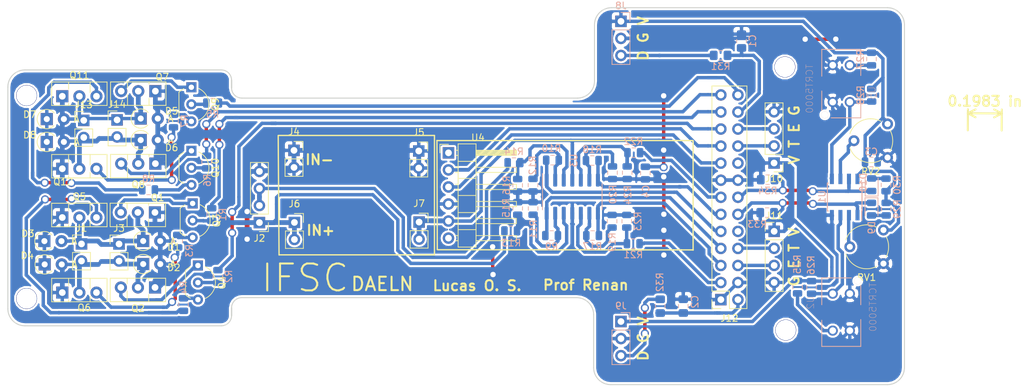
<source format=kicad_pcb>
(kicad_pcb (version 20171130) (host pcbnew 5.0.2+dfsg1-1)
  (layers (0 F.Cu signal) (31 B.Cu signal) (34 B.Paste user) (35 F.Paste user) (36 B.SilkS user) (37 F.SilkS user) (38 B.Mask user) (39 F.Mask user) (44 Edge.Cuts user))
  (net 0 "")
  (net 1 GND)
  (net 2 +5V)
  (net 3 TXB)
  (net 4 RXB)
  (net 5 PWM2)
  (net 6 PWM1)
  (net 7 PWM2N)
  (net 8 PWM1N)
  (net 9 ADC1)
  (net 10 ADC0)
  (net 11 "Net-(Q12-Pad3)")
  (net 12 "Net-(Q11-Pad3)")
  (net 13 "Net-(Q2-Pad3)")
  (net 14 "Net-(Q1-Pad3)")
  (net 15 "Net-(Q6-Pad3)")
  (net 16 +BATT)
  (net 17 "Net-(D1-Pad1)")
  (net 18 "Net-(Q4-Pad3)")
  (net 19 "Net-(D5-Pad1)")
  (net 20 "Net-(Q10-Pad3)")
  (net 21 "Net-(R11-Pad1)")
  (net 22 BATMed)
  (net 23 "Net-(Q10-Pad2)")
  (net 24 "Net-(Q10-Pad1)")
  (net 25 "Net-(Q4-Pad2)")
  (net 26 "Net-(Q3-Pad2)")
  (net 27 "Net-(Q3-Pad3)")
  (net 28 "Net-(Q7-Pad3)")
  (net 29 "Net-(Q9-Pad3)")
  (net 30 "Net-(Q9-Pad2)")
  (net 31 "Net-(D6-Pad1)")
  (net 32 "Net-(D2-Pad1)")
  (net 33 "Net-(Q5-Pad3)")
  (net 34 "Net-(R13-Pad1)")
  (net 35 "Net-(R10-Pad2)")
  (net 36 "Net-(R14-Pad1)")
  (net 37 "Net-(U4-Pad1)")
  (net 38 "Net-(U4-Pad6)")
  (net 39 D1)
  (net 40 D0)
  (net 41 Trig1)
  (net 42 Echo1)
  (net 43 Trig0)
  (net 44 Echo0)
  (net 45 "Net-(R22-Pad1)")
  (net 46 "Net-(R21-Pad1)")
  (net 47 "Net-(R18-Pad2)")
  (net 48 "Net-(R17-Pad2)")
  (net 49 ADC3)
  (net 50 A1)
  (net 51 A2)
  (net 52 "Net-(R25-Pad2)")
  (net 53 "Net-(R26-Pad2)")
  (net 54 "Net-(R27-Pad2)")
  (net 55 "Net-(R28-Pad2)")
  (net 56 L_TCRT)
  (net 57 "Net-(RV2-Pad2)")
  (net 58 "Net-(RV1-Pad2)")
  (net 59 R_TCRT)
  (net 60 ADC2)
  (net 61 "Net-(J12-Pad18)")
  (net 62 "Net-(J9-Pad3)")
  (net 63 "Net-(J8-Pad3)")
  (net 64 "Net-(J12-Pad10)")
  (net 65 "Net-(D9-Pad2)")
  (net 66 "Net-(D10-Pad2)")
  (module Potentiometer_THT:Potentiometer_Piher_PT-6-V_Vertical (layer F.Cu) (at 260.4516 64.8716 180)
    (fp_text reference RV1 (at 2.5 -7.06 180) (layer F.SilkS))
    (fp_text value R_POT_TRIM)
    (pad 3 thru_hole circle (at 0 -5 180) (size 1.62 1.62) (drill 0.9) (layers *.Cu *.Mask) (net 1 GND))
    (pad 2 thru_hole circle (at 5 -2.5 180) (size 1.62 1.62) (drill 0.9) (layers *.Cu *.Mask) (net 58 "Net-(RV1-Pad2)"))
    (pad 1 thru_hole circle (at 0 0 180) (size 1.62 1.62) (drill 0.9) (layers *.Cu *.Mask) (net 2 +5V))
  )
  (module Capacitor_SMD:C_0805_2012Metric (layer B.Cu) (at 258.6505 54.737)
    (fp_text reference C3 (at 0 -1.524) (layer B.SilkS) (effects (justify mirror)))
    (fp_text value 100n)
    (pad 2 smd roundrect (at 0.9375 0) (size 0.975 1.4) (layers B.Cu B.Paste B.Mask) (net 1 GND))
    (pad 1 smd roundrect (at -0.9375 0) (size 0.975 1.4) (layers B.Cu B.Paste B.Mask) (net 2 +5V))
  )
  (module Package_SO:SOIC-14_3.9x8.7mm_P1.27mm (layer B.Cu) (at 214.1728 59.9059 270)
    (fp_text reference U3 (at -5.3975 -0.2286 90) (layer B.SilkS) (effects (justify mirror)))
    (fp_text value LM324)
    (pad 14 smd roundrect (at 2.475 3.81 270) (size 1.95 0.6) (layers B.Cu B.Paste B.Mask) (net 10 ADC0))
    (pad 13 smd roundrect (at 2.475 2.54 270) (size 1.95 0.6) (layers B.Cu B.Paste B.Mask) (net 21 "Net-(R11-Pad1)"))
    (pad 12 smd roundrect (at 2.475 1.27 270) (size 1.95 0.6) (layers B.Cu B.Paste B.Mask) (net 34 "Net-(R13-Pad1)"))
    (pad 11 smd roundrect (at 2.475 0 270) (size 1.95 0.6) (layers B.Cu B.Paste B.Mask) (net 1 GND))
    (pad 10 smd roundrect (at 2.475 -1.27 270) (size 1.95 0.6) (layers B.Cu B.Paste B.Mask) (net 46 "Net-(R21-Pad1)"))
    (pad 9 smd roundrect (at 2.475 -2.54 270) (size 1.95 0.6) (layers B.Cu B.Paste B.Mask) (net 48 "Net-(R17-Pad2)"))
    (pad 8 smd roundrect (at 2.475 -3.81 270) (size 1.95 0.6) (layers B.Cu B.Paste B.Mask) (net 49 ADC3))
    (pad 7 smd roundrect (at -2.475 -3.81 270) (size 1.95 0.6) (layers B.Cu B.Paste B.Mask) (net 60 ADC2))
    (pad 6 smd roundrect (at -2.475 -2.54 270) (size 1.95 0.6) (layers B.Cu B.Paste B.Mask) (net 47 "Net-(R18-Pad2)"))
    (pad 5 smd roundrect (at -2.475 -1.27 270) (size 1.95 0.6) (layers B.Cu B.Paste B.Mask) (net 45 "Net-(R22-Pad1)"))
    (pad 4 smd roundrect (at -2.475 0 270) (size 1.95 0.6) (layers B.Cu B.Paste B.Mask) (net 2 +5V))
    (pad 3 smd roundrect (at -2.475 1.27 270) (size 1.95 0.6) (layers B.Cu B.Paste B.Mask) (net 36 "Net-(R14-Pad1)"))
    (pad 2 smd roundrect (at -2.475 2.54 270) (size 1.95 0.6) (layers B.Cu B.Paste B.Mask) (net 35 "Net-(R10-Pad2)"))
    (pad 1 smd roundrect (at -2.475 3.81 270) (size 1.95 0.6) (layers B.Cu B.Paste B.Mask) (net 9 ADC1))
  )
  (module Resistor_SMD:R_0805_2012Metric_Pad1.15x1.40mm_HandSolder (layer B.Cu) (at 243.2267 57.3786)
    (fp_text reference R34 (at 0 1.65) (layer B.SilkS) (effects (justify mirror)))
    (fp_text value 10k)
    (pad 2 smd roundrect (at 1.025 0) (size 1.15 1.4) (layers B.Cu B.Paste B.Mask) (roundrect_rratio 0.217391) (net 56 L_TCRT))
    (pad 1 smd roundrect (at -1.025 0) (size 1.15 1.4) (layers B.Cu B.Paste B.Mask) (roundrect_rratio 0.217391) (net 2 +5V))
  )
  (module Resistor_SMD:R_0805_2012Metric_Pad1.15x1.40mm_HandSolder (layer B.Cu) (at 243.1542 62.2808)
    (fp_text reference R33 (at -1.4732 1.7272) (layer B.SilkS) (effects (justify mirror)))
    (fp_text value 10k)
    (pad 2 smd roundrect (at 1.025 0) (size 1.15 1.4) (layers B.Cu B.Paste B.Mask) (roundrect_rratio 0.217391) (net 59 R_TCRT))
    (pad 1 smd roundrect (at -1.025 0) (size 1.15 1.4) (layers B.Cu B.Paste B.Mask) (roundrect_rratio 0.217391) (net 2 +5V))
  )
  (module Connector_PinHeader_2.54mm:PinHeader_1x03_P2.54mm_Vertical (layer B.Cu) (at 221.4118 33.7947 180)
    (fp_text reference J8 (at 0 2.33 180) (layer B.SilkS) (effects (justify mirror)))
    (fp_text value Conn_01x03)
    (pad 1 thru_hole rect (at 0 0 180) (size 1.7 1.7) (drill 1) (layers *.Cu *.Mask) (net 2 +5V))
    (pad 2 thru_hole oval (at 0 -2.54 180) (size 1.7 1.7) (drill 1) (layers *.Cu *.Mask) (net 1 GND))
    (pad 3 thru_hole oval (at 0 -5.08 180) (size 1.7 1.7) (drill 1) (layers *.Cu *.Mask) (net 63 "Net-(J8-Pad3)"))
  )
  (module Resistor_SMD:R_0805_2012Metric (layer B.Cu) (at 249.7582 73.4164 270)
    (fp_text reference R26 (at -3.3124 0.0762 270) (layer B.SilkS) (effects (justify mirror)))
    (fp_text value 10k)
    (pad 1 smd roundrect (at -0.9375 0 270) (size 0.975 1.4) (layers B.Cu B.Paste B.Mask) (net 2 +5V))
    (pad 2 smd roundrect (at 0.9375 0 270) (size 0.975 1.4) (layers B.Cu B.Paste B.Mask) (net 53 "Net-(R26-Pad2)"))
  )
  (module Resistor_SMD:R_0805_2012Metric (layer B.Cu) (at 247.6754 73.3656 270)
    (fp_text reference R25 (at -3.3886 0.0254 270) (layer B.SilkS) (effects (justify mirror)))
    (fp_text value 1k)
    (pad 2 smd roundrect (at 0.9375 0 270) (size 0.975 1.4) (layers B.Cu B.Paste B.Mask) (net 52 "Net-(R25-Pad2)"))
    (pad 1 smd roundrect (at -0.9375 0 270) (size 0.975 1.4) (layers B.Cu B.Paste B.Mask) (net 2 +5V))
  )
  (module TCRT5000:OPTO_TCRT5000 (layer B.Cu) (at 254.1778 77.1017 270)
    (fp_text reference U2 (at -1.40117 4.57476 270) (layer B.SilkS) (effects (font (size 1.00413 1.00413) (thickness 0.05)) (justify mirror)))
    (fp_text value TCRT5000 (at -0.758895 -4.71434 270) (layer B.SilkS) (effects (font (size 1.00533 1.00533) (thickness 0.05)) (justify mirror)))
    (pad Hole np_thru_hole circle (at -4.65 -2.45 270) (size 1 1) (drill 1) (layers *.Cu *.Mask B.SilkS))
    (pad CATH thru_hole circle (at 2.75 -1.27 270) (size 1.508 1.508) (drill 1) (layers *.Cu *.Mask) (net 1 GND))
    (pad A thru_hole circle (at 2.75 1.27 270) (size 1.508 1.508) (drill 1) (layers *.Cu *.Mask) (net 52 "Net-(R25-Pad2)"))
    (pad E thru_hole circle (at -2.75 -1.27 270) (size 1.508 1.508) (drill 1) (layers *.Cu *.Mask) (net 1 GND))
    (pad COLL thru_hole circle (at -2.75 1.27 270) (size 1.508 1.508) (drill 1) (layers *.Cu *.Mask) (net 53 "Net-(R26-Pad2)"))
  )
  (module Resistor_SMD:R_0805_2012Metric (layer B.Cu) (at 258.699 44.7929 270)
    (fp_text reference R28 (at 0 1.65 270) (layer B.SilkS) (effects (justify mirror)))
    (fp_text value 10k)
    (pad 1 smd roundrect (at -0.9375 0 270) (size 0.975 1.4) (layers B.Cu B.Paste B.Mask) (net 2 +5V))
    (pad 2 smd roundrect (at 0.9375 0 270) (size 0.975 1.4) (layers B.Cu B.Paste B.Mask) (net 55 "Net-(R28-Pad2)"))
  )
  (module Resistor_SMD:R_0805_2012Metric_Pad1.15x1.40mm_HandSolder (layer B.Cu) (at 236.2327 38.862)
    (fp_text reference R31 (at 0 1.65 180) (layer B.SilkS) (effects (justify mirror)))
    (fp_text value 10k)
    (pad 2 smd roundrect (at 1.025 0) (size 1.15 1.4) (layers B.Cu B.Paste B.Mask) (roundrect_rratio 0.217391) (net 39 D1))
    (pad 1 smd roundrect (at -1.025 0) (size 1.15 1.4) (layers B.Cu B.Paste B.Mask) (roundrect_rratio 0.217391) (net 63 "Net-(J8-Pad3)"))
  )
  (module Capacitor_SMD:C_0805_2012Metric_Pad1.15x1.40mm_HandSolder (layer B.Cu) (at 230.6828 76.2037 90)
    (fp_text reference C2 (at 0.6387 1.7272 90) (layer B.SilkS) (effects (justify mirror)))
    (fp_text value 1n)
    (pad 2 smd roundrect (at 1.025 0 90) (size 1.15 1.4) (layers B.Cu B.Paste B.Mask) (roundrect_rratio 0.217391) (net 1 GND))
    (pad 1 smd roundrect (at -1.025 0 90) (size 1.15 1.4) (layers B.Cu B.Paste B.Mask) (roundrect_rratio 0.217391) (net 40 D0))
  )
  (module Capacitor_SMD:C_0805_2012Metric_Pad1.15x1.40mm_HandSolder (layer B.Cu) (at 239.3442 36.7284 90)
    (fp_text reference C1 (at 0 1.65 90) (layer B.SilkS) (effects (justify mirror)))
    (fp_text value 1n)
    (pad 1 smd roundrect (at -1.025 0 90) (size 1.15 1.4) (layers B.Cu B.Paste B.Mask) (roundrect_rratio 0.217391) (net 39 D1))
    (pad 2 smd roundrect (at 1.025 0 90) (size 1.15 1.4) (layers B.Cu B.Paste B.Mask) (roundrect_rratio 0.217391) (net 1 GND))
  )
  (module Package_TO_SOT_THT:TO-92_Inline_Wide (layer F.Cu) (at 157.5308 53.0733 270)
    (fp_text reference Q10 (at 2.54 -3.56 270) (layer F.SilkS))
    (fp_text value BC548)
    (pad 1 thru_hole rect (at 0 0) (size 1.5 1.5) (drill 0.8) (layers *.Cu *.Mask) (net 24 "Net-(Q10-Pad1)"))
    (pad 3 thru_hole circle (at 5.08 0) (size 1.5 1.5) (drill 0.8) (layers *.Cu *.Mask) (net 20 "Net-(Q10-Pad3)"))
    (pad 2 thru_hole circle (at 2.54 0) (size 1.5 1.5) (drill 0.8) (layers *.Cu *.Mask) (net 23 "Net-(Q10-Pad2)"))
  )
  (module Package_TO_SOT_THT:TO-92_Inline_Wide (layer F.Cu) (at 158.496 70.1548 270)
    (fp_text reference Q4 (at 2.54 -3.56 270) (layer F.SilkS))
    (fp_text value BC548)
    (pad 2 thru_hole circle (at 2.54 0) (size 1.5 1.5) (drill 0.8) (layers *.Cu *.Mask) (net 25 "Net-(Q4-Pad2)"))
    (pad 3 thru_hole circle (at 5.08 0) (size 1.5 1.5) (drill 0.8) (layers *.Cu *.Mask) (net 18 "Net-(Q4-Pad3)"))
    (pad 1 thru_hole rect (at 0 0) (size 1.5 1.5) (drill 0.8) (layers *.Cu *.Mask) (net 13 "Net-(Q2-Pad3)"))
  )
  (module Package_TO_SOT_THT:TO-92_Inline_Wide (layer F.Cu) (at 157.5181 43.6118 270)
    (fp_text reference Q9 (at 2.54 -3.56 270) (layer F.SilkS))
    (fp_text value BC548)
    (pad 1 thru_hole rect (at 0 0) (size 1.5 1.5) (drill 0.8) (layers *.Cu *.Mask) (net 28 "Net-(Q7-Pad3)"))
    (pad 3 thru_hole circle (at 5.08 0) (size 1.5 1.5) (drill 0.8) (layers *.Cu *.Mask) (net 29 "Net-(Q9-Pad3)"))
    (pad 2 thru_hole circle (at 2.54 0) (size 1.5 1.5) (drill 0.8) (layers *.Cu *.Mask) (net 30 "Net-(Q9-Pad2)"))
  )
  (module Package_TO_SOT_THT:TO-92_Inline_Wide (layer F.Cu) (at 157.7086 60.9092 270)
    (fp_text reference Q3 (at 2.54 -3.56 270) (layer F.SilkS))
    (fp_text value BC548)
    (pad 2 thru_hole circle (at 2.54 0) (size 1.5 1.5) (drill 0.8) (layers *.Cu *.Mask) (net 26 "Net-(Q3-Pad2)"))
    (pad 3 thru_hole circle (at 5.08 0) (size 1.5 1.5) (drill 0.8) (layers *.Cu *.Mask) (net 27 "Net-(Q3-Pad3)"))
    (pad 1 thru_hole rect (at 0 0) (size 1.5 1.5) (drill 0.8) (layers *.Cu *.Mask) (net 14 "Net-(Q1-Pad3)"))
  )
  (module Resistor_SMD:R_0805_2012Metric_Pad1.15x1.40mm_HandSolder (layer B.Cu) (at 227.2538 76.2127 270)
    (fp_text reference R32 (at -3.5687 0.0508 270) (layer B.SilkS) (effects (justify mirror)))
    (fp_text value 10k)
    (pad 1 smd roundrect (at -1.025 0 270) (size 1.15 1.4) (layers B.Cu B.Paste B.Mask) (roundrect_rratio 0.217391) (net 62 "Net-(J9-Pad3)"))
    (pad 2 smd roundrect (at 1.025 0 270) (size 1.15 1.4) (layers B.Cu B.Paste B.Mask) (roundrect_rratio 0.217391) (net 40 D0))
  )
  (module Connector_PinHeader_2.54mm:PinHeader_1x04_P2.54mm_Vertical (layer F.Cu) (at 244.1829 54.8894 180)
    (fp_text reference J10 (at 0 -2.33 180) (layer F.SilkS))
    (fp_text value Conn_01x04)
    (pad 1 thru_hole rect (at 0 0 180) (size 1.7 1.7) (drill 1) (layers *.Cu *.Mask) (net 2 +5V))
    (pad 2 thru_hole oval (at 0 2.54 180) (size 1.7 1.7) (drill 1) (layers *.Cu *.Mask) (net 43 Trig0))
    (pad 3 thru_hole oval (at 0 5.08 180) (size 1.7 1.7) (drill 1) (layers *.Cu *.Mask) (net 44 Echo0))
    (pad 4 thru_hole oval (at 0 7.62 180) (size 1.7 1.7) (drill 1) (layers *.Cu *.Mask) (net 1 GND))
  )
  (module Connector_PinHeader_2.54mm:PinHeader_1x06_P2.54mm_Horizontal (layer F.Cu) (at 195.7578 53.3781)
    (fp_text reference U4 (at 4.385 -2.27) (layer F.SilkS))
    (fp_text value HC-05)
    (pad 1 thru_hole rect (at 0 0) (size 1.7 1.7) (drill 1) (layers *.Cu *.Mask) (net 37 "Net-(U4-Pad1)"))
    (pad 2 thru_hole oval (at 0 2.54) (size 1.7 1.7) (drill 1) (layers *.Cu *.Mask) (net 4 RXB))
    (pad 3 thru_hole oval (at 0 5.08) (size 1.7 1.7) (drill 1) (layers *.Cu *.Mask) (net 3 TXB))
    (pad 4 thru_hole oval (at 0 7.62) (size 1.7 1.7) (drill 1) (layers *.Cu *.Mask) (net 1 GND))
    (pad 5 thru_hole oval (at 0 10.16) (size 1.7 1.7) (drill 1) (layers *.Cu *.Mask) (net 2 +5V))
    (pad 6 thru_hole oval (at 0 12.7) (size 1.7 1.7) (drill 1) (layers *.Cu *.Mask) (net 38 "Net-(U4-Pad6)"))
  )
  (module TCRT5000:OPTO_TCRT5000 (layer B.Cu) (at 254.1778 43.0657 90)
    (fp_text reference U5 (at -1.40117 4.57476 90) (layer B.SilkS) (effects (font (size 1.00413 1.00413) (thickness 0.05)) (justify mirror)))
    (fp_text value TCRT5000 (at -0.758895 -4.71434 90) (layer B.SilkS) (effects (font (size 1.00533 1.00533) (thickness 0.05)) (justify mirror)))
    (pad COLL thru_hole circle (at -2.75 1.27 90) (size 1.508 1.508) (drill 1) (layers *.Cu *.Mask) (net 55 "Net-(R28-Pad2)"))
    (pad E thru_hole circle (at -2.75 -1.27 90) (size 1.508 1.508) (drill 1) (layers *.Cu *.Mask) (net 1 GND))
    (pad A thru_hole circle (at 2.75 1.27 90) (size 1.508 1.508) (drill 1) (layers *.Cu *.Mask) (net 54 "Net-(R27-Pad2)"))
    (pad CATH thru_hole circle (at 2.75 -1.27 90) (size 1.508 1.508) (drill 1) (layers *.Cu *.Mask) (net 1 GND))
    (pad Hole np_thru_hole circle (at -4.65 -2.45 90) (size 1 1) (drill 1) (layers *.Cu *.Mask B.SilkS))
  )
  (module Connector_PinHeader_2.54mm:PinHeader_1x04_P2.54mm_Vertical (layer F.Cu) (at 244.1956 65.0621)
    (fp_text reference J11 (at 0 -2.33) (layer F.SilkS))
    (fp_text value Conn_01x04)
    (pad 1 thru_hole rect (at 0 0) (size 1.7 1.7) (drill 1) (layers *.Cu *.Mask) (net 2 +5V))
    (pad 2 thru_hole oval (at 0 2.54) (size 1.7 1.7) (drill 1) (layers *.Cu *.Mask) (net 41 Trig1))
    (pad 3 thru_hole oval (at 0 5.08) (size 1.7 1.7) (drill 1) (layers *.Cu *.Mask) (net 42 Echo1))
    (pad 4 thru_hole oval (at 0 7.62) (size 1.7 1.7) (drill 1) (layers *.Cu *.Mask) (net 1 GND))
  )
  (module Resistor_SMD:R_0805_2012Metric (layer B.Cu) (at 208.3308 58.1891 270)
    (fp_text reference R12 (at -2.9441 0.0508 270) (layer B.SilkS) (effects (justify mirror)))
    (fp_text value 15k)
    (pad 1 smd roundrect (at -0.9375 0 270) (size 0.975 1.4) (layers B.Cu B.Paste B.Mask) (net 35 "Net-(R10-Pad2)"))
    (pad 2 smd roundrect (at 0.9375 0 270) (size 0.975 1.4) (layers B.Cu B.Paste B.Mask) (net 1 GND))
  )
  (module Resistor_SMD:R_0805_2012Metric (layer B.Cu) (at 205.0161 64.9986 180)
    (fp_text reference R13 (at -0.0889 -1.8034 180) (layer B.SilkS) (effects (justify mirror)))
    (fp_text value 30k)
    (pad 2 smd roundrect (at 0.9375 0 180) (size 0.975 1.4) (layers B.Cu B.Paste B.Mask) (net 16 +BATT))
    (pad 1 smd roundrect (at -0.9375 0 180) (size 0.975 1.4) (layers B.Cu B.Paste B.Mask) (net 34 "Net-(R13-Pad1)"))
  )
  (module Resistor_SMD:R_0805_2012Metric (layer B.Cu) (at 205.4987 54.8386 180)
    (fp_text reference R14 (at 0 1.65 180) (layer B.SilkS) (effects (justify mirror)))
    (fp_text value 15k)
    (pad 1 smd roundrect (at -0.9375 0 180) (size 0.975 1.4) (layers B.Cu B.Paste B.Mask) (net 36 "Net-(R14-Pad1)"))
    (pad 2 smd roundrect (at 0.9375 0 180) (size 0.975 1.4) (layers B.Cu B.Paste B.Mask) (net 22 BATMed))
  )
  (module Connector_PinSocket_2.54mm:PinSocket_1x02_P2.54mm_Vertical (layer F.Cu) (at 191.3382 53.0987)
    (fp_text reference J5 (at 0 -2.77) (layer F.SilkS))
    (fp_text value Conn_01x02_Male)
    (pad 1 thru_hole rect (at 0 0) (size 1.7 1.7) (drill 1) (layers *.Cu *.Mask) (net 1 GND))
    (pad 2 thru_hole oval (at 0 2.54) (size 1.7 1.7) (drill 1) (layers *.Cu *.Mask) (net 1 GND))
  )
  (module Resistor_SMD:R_0805_2012Metric (layer B.Cu) (at 217.1446 54.5211 180)
    (fp_text reference R18 (at 0 1.65 180) (layer B.SilkS) (effects (justify mirror)))
    (fp_text value R)
    (pad 1 smd roundrect (at -0.9375 0 180) (size 0.975 1.4) (layers B.Cu B.Paste B.Mask) (net 60 ADC2))
    (pad 2 smd roundrect (at 0.9375 0 180) (size 0.975 1.4) (layers B.Cu B.Paste B.Mask) (net 47 "Net-(R18-Pad2)"))
  )
  (module Resistor_SMD:R_0805_2012Metric (layer B.Cu) (at 220.091 63.5635 90)
    (fp_text reference R19 (at -3.1115 0 90) (layer B.SilkS) (effects (justify mirror)))
    (fp_text value R)
    (pad 2 smd roundrect (at 0.9375 0 90) (size 0.975 1.4) (layers B.Cu B.Paste B.Mask) (net 1 GND))
    (pad 1 smd roundrect (at -0.9375 0 90) (size 0.975 1.4) (layers B.Cu B.Paste B.Mask) (net 48 "Net-(R17-Pad2)"))
  )
  (module Resistor_SMD:R_0805_2012Metric (layer B.Cu) (at 206.0575 61.6585 90)
    (fp_text reference R15 (at 0.0635 -1.7145 90) (layer B.SilkS) (effects (justify mirror)))
    (fp_text value 10k)
    (pad 2 smd roundrect (at 0.9375 0 90) (size 0.975 1.4) (layers B.Cu B.Paste B.Mask) (net 1 GND))
    (pad 1 smd roundrect (at -0.9375 0 90) (size 0.975 1.4) (layers B.Cu B.Paste B.Mask) (net 34 "Net-(R13-Pad1)"))
  )
  (module Package_SO:SOIC-8_3.9x4.9mm_P1.27mm (layer B.Cu) (at 254.6858 59.9567 90)
    (fp_text reference U1 (at 0.0127 -3.3528 90) (layer B.SilkS) (effects (justify mirror)))
    (fp_text value LM393)
    (pad 1 smd rect (at -2.7 1.905 90) (size 1.55 0.6) (layers B.Cu B.Paste B.Mask) (net 59 R_TCRT))
    (pad 2 smd rect (at -2.7 0.635 90) (size 1.55 0.6) (layers B.Cu B.Paste B.Mask) (net 58 "Net-(RV1-Pad2)"))
    (pad 3 smd rect (at -2.7 -0.635 90) (size 1.55 0.6) (layers B.Cu B.Paste B.Mask) (net 53 "Net-(R26-Pad2)"))
    (pad 4 smd rect (at -2.7 -1.905 90) (size 1.55 0.6) (layers B.Cu B.Paste B.Mask) (net 1 GND))
    (pad 5 smd rect (at 2.7 -1.905 90) (size 1.55 0.6) (layers B.Cu B.Paste B.Mask) (net 55 "Net-(R28-Pad2)"))
    (pad 6 smd rect (at 2.7 -0.635 90) (size 1.55 0.6) (layers B.Cu B.Paste B.Mask) (net 57 "Net-(RV2-Pad2)"))
    (pad 7 smd rect (at 2.7 0.635 90) (size 1.55 0.6) (layers B.Cu B.Paste B.Mask) (net 56 L_TCRT))
    (pad 8 smd rect (at 2.7 1.905 90) (size 1.55 0.6) (layers B.Cu B.Paste B.Mask) (net 2 +5V))
  )
  (module Connector_PinSocket_2.54mm:PinSocket_2x13_P2.54mm_Vertical (layer F.Cu) (at 236.2708 75.2348 180)
    (fp_text reference J12 (at -1.27 -2.77 180) (layer F.SilkS))
    (fp_text value Conn_02x13_Odd_Even)
    (pad 1 thru_hole rect (at 0 0 180) (size 1.7 1.7) (drill 1) (layers *.Cu *.Mask) (net 1 GND))
    (pad 2 thru_hole oval (at -2.54 0 180) (size 1.7 1.7) (drill 1) (layers *.Cu *.Mask) (net 40 D0))
    (pad 3 thru_hole oval (at 0 2.54 180) (size 1.7 1.7) (drill 1) (layers *.Cu *.Mask) (net 50 A1))
    (pad 4 thru_hole oval (at -2.54 2.54 180) (size 1.7 1.7) (drill 1) (layers *.Cu *.Mask) (net 1 GND))
    (pad 5 thru_hole oval (at 0 5.08 180) (size 1.7 1.7) (drill 1) (layers *.Cu *.Mask) (net 49 ADC3))
    (pad 6 thru_hole oval (at -2.54 5.08 180) (size 1.7 1.7) (drill 1) (layers *.Cu *.Mask) (net 42 Echo1))
    (pad 7 thru_hole oval (at 0 7.62 180) (size 1.7 1.7) (drill 1) (layers *.Cu *.Mask) (net 10 ADC0))
    (pad 8 thru_hole oval (at -2.54 7.62 180) (size 1.7 1.7) (drill 1) (layers *.Cu *.Mask) (net 41 Trig1))
    (pad 9 thru_hole oval (at 0 10.16 180) (size 1.7 1.7) (drill 1) (layers *.Cu *.Mask) (net 9 ADC1))
    (pad 10 thru_hole oval (at -2.54 10.16 180) (size 1.7 1.7) (drill 1) (layers *.Cu *.Mask) (net 64 "Net-(J12-Pad10)"))
    (pad 11 thru_hole oval (at 0 12.7 180) (size 1.7 1.7) (drill 1) (layers *.Cu *.Mask) (net 60 ADC2))
    (pad 12 thru_hole oval (at -2.54 12.7 180) (size 1.7 1.7) (drill 1) (layers *.Cu *.Mask) (net 59 R_TCRT))
    (pad 13 thru_hole oval (at 0 15.24 180) (size 1.7 1.7) (drill 1) (layers *.Cu *.Mask) (net 51 A2))
    (pad 14 thru_hole oval (at -2.54 15.24 180) (size 1.7 1.7) (drill 1) (layers *.Cu *.Mask) (net 56 L_TCRT))
    (pad 15 thru_hole oval (at 0 17.78 180) (size 1.7 1.7) (drill 1) (layers *.Cu *.Mask) (net 2 +5V))
    (pad 16 thru_hole oval (at -2.54 17.78 180) (size 1.7 1.7) (drill 1) (layers *.Cu *.Mask) (net 2 +5V))
    (pad 17 thru_hole oval (at 0 20.32 180) (size 1.7 1.7) (drill 1) (layers *.Cu *.Mask) (net 3 TXB))
    (pad 18 thru_hole oval (at -2.54 20.32 180) (size 1.7 1.7) (drill 1) (layers *.Cu *.Mask) (net 61 "Net-(J12-Pad18)"))
    (pad 19 thru_hole oval (at 0 22.86 180) (size 1.7 1.7) (drill 1) (layers *.Cu *.Mask) (net 4 RXB))
    (pad 20 thru_hole oval (at -2.54 22.86 180) (size 1.7 1.7) (drill 1) (layers *.Cu *.Mask) (net 43 Trig0))
    (pad 21 thru_hole oval (at 0 25.4 180) (size 1.7 1.7) (drill 1) (layers *.Cu *.Mask) (net 6 PWM1))
    (pad 22 thru_hole oval (at -2.54 25.4 180) (size 1.7 1.7) (drill 1) (layers *.Cu *.Mask) (net 44 Echo0))
    (pad 23 thru_hole oval (at 0 27.94 180) (size 1.7 1.7) (drill 1) (layers *.Cu *.Mask) (net 8 PWM1N))
    (pad 24 thru_hole oval (at -2.54 27.94 180) (size 1.7 1.7) (drill 1) (layers *.Cu *.Mask) (net 39 D1))
    (pad 25 thru_hole oval (at 0 30.48 180) (size 1.7 1.7) (drill 1) (layers *.Cu *.Mask) (net 5 PWM2))
    (pad 26 thru_hole oval (at -2.54 30.48 180) (size 1.7 1.7) (drill 1) (layers *.Cu *.Mask) (net 7 PWM2N))
  )
  (module Connector_PinSocket_2.54mm:PinSocket_1x02_P2.54mm_Vertical (layer F.Cu) (at 172.847 63.7413)
    (fp_text reference J6 (at 0 -2.77) (layer F.SilkS))
    (fp_text value Conn_01x02_Male)
    (pad 2 thru_hole oval (at 0 2.54) (size 1.7 1.7) (drill 1) (layers *.Cu *.Mask) (net 16 +BATT))
    (pad 1 thru_hole rect (at 0 0) (size 1.7 1.7) (drill 1) (layers *.Cu *.Mask) (net 16 +BATT))
  )
  (module Connector_PinHeader_2.54mm:PinHeader_1x03_P2.54mm_Vertical (layer B.Cu) (at 221.4118 78.4987 180)
    (fp_text reference J9 (at 0 2.33 180) (layer B.SilkS) (effects (justify mirror)))
    (fp_text value Conn_01x03)
    (pad 1 thru_hole rect (at 0 0 180) (size 1.7 1.7) (drill 1) (layers *.Cu *.Mask) (net 2 +5V))
    (pad 2 thru_hole oval (at 0 -2.54 180) (size 1.7 1.7) (drill 1) (layers *.Cu *.Mask) (net 1 GND))
    (pad 3 thru_hole oval (at 0 -5.08 180) (size 1.7 1.7) (drill 1) (layers *.Cu *.Mask) (net 62 "Net-(J9-Pad3)"))
  )
  (module Resistor_SMD:R_0805_2012Metric (layer B.Cu) (at 217.1954 65.6971 180)
    (fp_text reference R17 (at 0.0254 -1.6129 180) (layer B.SilkS) (effects (justify mirror)))
    (fp_text value R)
    (pad 2 smd roundrect (at 0.9375 0 180) (size 0.975 1.4) (layers B.Cu B.Paste B.Mask) (net 48 "Net-(R17-Pad2)"))
    (pad 1 smd roundrect (at -0.9375 0 180) (size 0.975 1.4) (layers B.Cu B.Paste B.Mask) (net 49 ADC3))
  )
  (module Resistor_SMD:R_0805_2012Metric (layer B.Cu) (at 258.6736 39.4104 270)
    (fp_text reference R27 (at 0 1.65 270) (layer B.SilkS) (effects (justify mirror)))
    (fp_text value 1k)
    (pad 2 smd roundrect (at 0.9375 0 270) (size 0.975 1.4) (layers B.Cu B.Paste B.Mask) (net 54 "Net-(R27-Pad2)"))
    (pad 1 smd roundrect (at -0.9375 0 270) (size 0.975 1.4) (layers B.Cu B.Paste B.Mask) (net 2 +5V))
  )
  (module Resistor_SMD:R_0805_2012Metric (layer B.Cu) (at 222.3389 56.3372 270)
    (fp_text reference R24 (at 3.3274 -0.0889 270) (layer B.SilkS) (effects (justify mirror)))
    (fp_text value R)
    (pad 1 smd roundrect (at -0.9375 0 270) (size 0.975 1.4) (layers B.Cu B.Paste B.Mask) (net 45 "Net-(R22-Pad1)"))
    (pad 2 smd roundrect (at 0.9375 0 270) (size 0.975 1.4) (layers B.Cu B.Paste B.Mask) (net 1 GND))
  )
  (module Resistor_SMD:R_0805_2012Metric (layer B.Cu) (at 220.1545 56.3372 270)
    (fp_text reference R20 (at 3.2258 -0.0635 270) (layer B.SilkS) (effects (justify mirror)))
    (fp_text value R)
    (pad 1 smd roundrect (at -0.9375 0 270) (size 0.975 1.4) (layers B.Cu B.Paste B.Mask) (net 47 "Net-(R18-Pad2)"))
    (pad 2 smd roundrect (at 0.9375 0 270) (size 0.975 1.4) (layers B.Cu B.Paste B.Mask) (net 1 GND))
  )
  (module Resistor_SMD:R_0805_2012Metric (layer B.Cu) (at 223.2406 66.9036)
    (fp_text reference R21 (at 0 1.65) (layer B.SilkS) (effects (justify mirror)))
    (fp_text value R)
    (pad 2 smd roundrect (at 0.9375 0) (size 0.975 1.4) (layers B.Cu B.Paste B.Mask) (net 50 A1))
    (pad 1 smd roundrect (at -0.9375 0) (size 0.975 1.4) (layers B.Cu B.Paste B.Mask) (net 46 "Net-(R21-Pad1)"))
  )
  (module Resistor_SMD:R_0805_2012Metric (layer B.Cu) (at 223.3168 53.3527)
    (fp_text reference R22 (at -0.0508 -1.6637) (layer B.SilkS) (effects (justify mirror)))
    (fp_text value R)
    (pad 1 smd roundrect (at -0.9375 0) (size 0.975 1.4) (layers B.Cu B.Paste B.Mask) (net 45 "Net-(R22-Pad1)"))
    (pad 2 smd roundrect (at 0.9375 0) (size 0.975 1.4) (layers B.Cu B.Paste B.Mask) (net 51 A2))
  )
  (module Connector_PinSocket_2.54mm:PinSocket_1x02_P2.54mm_Vertical (layer F.Cu) (at 191.389 63.6905)
    (fp_text reference J7 (at 0 -2.77) (layer F.SilkS))
    (fp_text value Conn_01x02_Male)
    (pad 1 thru_hole rect (at 0 0) (size 1.7 1.7) (drill 1) (layers *.Cu *.Mask) (net 2 +5V))
    (pad 2 thru_hole oval (at 0 2.54) (size 1.7 1.7) (drill 1) (layers *.Cu *.Mask) (net 2 +5V))
  )
  (module Connector_PinSocket_2.54mm:PinSocket_1x02_P2.54mm_Vertical (layer F.Cu) (at 172.7835 53.0098)
    (fp_text reference J4 (at 0 -2.77) (layer F.SilkS))
    (fp_text value Conn_01x02_Male)
    (pad 2 thru_hole oval (at 0 2.54) (size 1.7 1.7) (drill 1) (layers *.Cu *.Mask) (net 1 GND))
    (pad 1 thru_hole rect (at 0 0) (size 1.7 1.7) (drill 1) (layers *.Cu *.Mask) (net 1 GND))
  )
  (module Resistor_SMD:R_0805_2012Metric (layer B.Cu) (at 222.2754 63.5635 90)
    (fp_text reference R23 (at 0 1.65 90) (layer B.SilkS) (effects (justify mirror)))
    (fp_text value R)
    (pad 2 smd roundrect (at 0.9375 0 90) (size 0.975 1.4) (layers B.Cu B.Paste B.Mask) (net 1 GND))
    (pad 1 smd roundrect (at -0.9375 0 90) (size 0.975 1.4) (layers B.Cu B.Paste B.Mask) (net 46 "Net-(R21-Pad1)"))
  )
  (module Package_TO_SOT_THT:TO-126-3_Vertical (layer F.Cu) (at 138.322855 55.746282)
    (fp_text reference Q12 (at 0.132545 1.949818) (layer F.SilkS))
    (fp_text value BD139)
    (pad 3 thru_hole oval (at 5.08 0) (size 1.8 1.8) (drill 1) (layers *.Cu *.Mask) (net 11 "Net-(Q12-Pad3)"))
    (pad 2 thru_hole oval (at 2.54 0) (size 1.8 1.8) (drill 1) (layers *.Cu *.Mask) (net 31 "Net-(D6-Pad1)"))
    (pad 1 thru_hole rect (at 0 0) (size 1.8 1.8) (drill 1) (layers *.Cu *.Mask) (net 1 GND))
  )
  (module Resistor_SMD:R_0805_2012Metric (layer B.Cu) (at 206.047659 58.212429 270)
    (fp_text reference R16 (at 0 1.65 270) (layer B.SilkS) (effects (justify mirror)))
    (fp_text value 10k)
    (pad 2 smd roundrect (at 0.9375 0 270) (size 0.975 1.4) (layers B.Cu B.Paste B.Mask) (net 1 GND))
    (pad 1 smd roundrect (at -0.9375 0 270) (size 0.975 1.4) (layers B.Cu B.Paste B.Mask) (net 36 "Net-(R14-Pad1)"))
  )
  (module Package_TO_SOT_THT:TO-126-3_Vertical (layer F.Cu) (at 138.322855 74.186682)
    (fp_text reference Q6 (at 3.256745 2.254618) (layer F.SilkS))
    (fp_text value BD139)
    (pad 3 thru_hole oval (at 5.08 0) (size 1.8 1.8) (drill 1) (layers *.Cu *.Mask) (net 15 "Net-(Q6-Pad3)"))
    (pad 2 thru_hole oval (at 2.54 0) (size 1.8 1.8) (drill 1) (layers *.Cu *.Mask) (net 32 "Net-(D2-Pad1)"))
    (pad 1 thru_hole rect (at 0 0) (size 1.8 1.8) (drill 1) (layers *.Cu *.Mask) (net 1 GND))
  )
  (module Resistor_SMD:R_0805_2012Metric (layer B.Cu) (at 156.3497 75.9714 270)
    (fp_text reference R4 (at -2.5654 0.0127 270) (layer B.SilkS) (effects (justify mirror)))
    (fp_text value 150)
    (pad 2 smd roundrect (at 0.9375 0 270) (size 0.975 1.4) (layers B.Cu B.Paste B.Mask) (net 33 "Net-(Q5-Pad3)"))
    (pad 1 smd roundrect (at -0.9375 0 270) (size 0.975 1.4) (layers B.Cu B.Paste B.Mask) (net 18 "Net-(Q4-Pad3)"))
  )
  (module Package_TO_SOT_THT:TO-126-3_Vertical (layer F.Cu) (at 152.165855 54.984282 180)
    (fp_text reference Q8 (at 2.54 -3.12 180) (layer F.SilkS))
    (fp_text value BD140)
    (pad 1 thru_hole rect (at 0 0 180) (size 1.8 1.8) (drill 1) (layers *.Cu *.Mask) (net 16 +BATT))
    (pad 2 thru_hole oval (at 2.54 0 180) (size 1.8 1.8) (drill 1) (layers *.Cu *.Mask) (net 31 "Net-(D6-Pad1)"))
    (pad 3 thru_hole oval (at 5.08 0 180) (size 1.8 1.8) (drill 1) (layers *.Cu *.Mask) (net 24 "Net-(Q10-Pad1)"))
  )
  (module Resistor_SMD:R_0805_2012Metric (layer B.Cu) (at 208.3435 61.6585 90)
    (fp_text reference R11 (at -3.1115 0.0635 90) (layer B.SilkS) (effects (justify mirror)))
    (fp_text value 30k)
    (pad 1 smd roundrect (at -0.9375 0 90) (size 0.975 1.4) (layers B.Cu B.Paste B.Mask) (net 21 "Net-(R11-Pad1)"))
    (pad 2 smd roundrect (at 0.9375 0 90) (size 0.975 1.4) (layers B.Cu B.Paste B.Mask) (net 1 GND))
  )
  (module Diode_THT:D_A-405_P2.54mm_Vertical_AnodeUp (layer F.Cu) (at 149.983964 51.471584)
    (fp_text reference D6 (at 4.600436 1.144516) (layer F.SilkS))
    (fp_text value DIODE)
    (fp_text user A (at 4.44 0) (layer F.SilkS))
    (pad 1 thru_hole rect (at 0 0) (size 1.8 1.8) (drill 0.9) (layers *.Cu *.Mask) (net 31 "Net-(D6-Pad1)"))
    (pad 2 thru_hole oval (at 2.54 0) (size 1.8 1.8) (drill 0.9) (layers *.Cu *.Mask) (net 16 +BATT))
  )
  (module Diode_THT:D_A-405_P2.54mm_Vertical_AnodeUp (layer F.Cu) (at 136.017 48.3489)
    (fp_text reference D7 (at -2.536964 -0.684284) (layer F.SilkS))
    (fp_text value DIODE)
    (fp_text user A (at 4.44 0) (layer F.SilkS))
    (pad 2 thru_hole oval (at 2.54 0) (size 1.8 1.8) (drill 0.9) (layers *.Cu *.Mask) (net 19 "Net-(D5-Pad1)") (clearance 0.2))
    (pad 1 thru_hole rect (at 0 0) (size 1.8 1.8) (drill 0.9) (layers *.Cu *.Mask) (net 1 GND))
  )
  (module Diode_THT:D_A-405_P2.54mm_Vertical_AnodeUp (layer F.Cu) (at 150.352264 69.937384)
    (fp_text reference D2 (at 4.562336 0.534916) (layer F.SilkS))
    (fp_text value DIODE)
    (fp_text user A (at 4.44 0) (layer F.SilkS))
    (pad 1 thru_hole rect (at 0 0) (size 1.8 1.8) (drill 0.9) (layers *.Cu *.Mask) (net 32 "Net-(D2-Pad1)"))
    (pad 2 thru_hole oval (at 2.54 0) (size 1.8 1.8) (drill 0.9) (layers *.Cu *.Mask) (net 16 +BATT))
  )
  (module Diode_THT:D_A-405_P2.54mm_Vertical_AnodeUp (layer F.Cu) (at 135.6614 66.5226)
    (fp_text reference D3 (at -2.460764 -1.116084) (layer F.SilkS))
    (fp_text value DIODE)
    (fp_text user A (at 4.44 0) (layer F.SilkS))
    (pad 2 thru_hole oval (at 2.54 0) (size 1.8 1.8) (drill 0.9) (layers *.Cu *.Mask) (net 17 "Net-(D1-Pad1)"))
    (pad 1 thru_hole rect (at 0 0) (size 1.8 1.8) (drill 0.9) (layers *.Cu *.Mask) (net 1 GND))
  )
  (module Diode_THT:D_A-405_P2.54mm_Vertical_AnodeUp (layer F.Cu) (at 136.017 51.7525)
    (fp_text reference D8 (at -2.536964 -1.039884) (layer F.SilkS))
    (fp_text value DIODE)
    (fp_text user A (at 4.44 0) (layer F.SilkS))
    (pad 1 thru_hole rect (at 0 0) (size 1.8 1.8) (drill 0.9) (layers *.Cu *.Mask) (net 1 GND))
    (pad 2 thru_hole oval (at 2.54 0) (size 1.8 1.8) (drill 0.9) (layers *.Cu *.Mask) (net 31 "Net-(D6-Pad1)"))
  )
  (module Resistor_SMD:R_0805_2012Metric (layer B.Cu) (at 211.2264 54.4703)
    (fp_text reference R10 (at -0.1524 -1.7653) (layer B.SilkS) (effects (justify mirror)))
    (fp_text value 10k)
    (pad 2 smd roundrect (at 0.9375 0) (size 0.975 1.4) (layers B.Cu B.Paste B.Mask) (net 35 "Net-(R10-Pad2)"))
    (pad 1 smd roundrect (at -0.9375 0) (size 0.975 1.4) (layers B.Cu B.Paste B.Mask) (net 9 ADC1))
  )
  (module Diode_THT:D_A-405_P2.54mm_Vertical_AnodeUp (layer F.Cu) (at 135.70204 69.9897)
    (fp_text reference D4 (at -2.587764 -1.306584) (layer F.SilkS))
    (fp_text value DIODE)
    (fp_text user A (at 4.44 0) (layer F.SilkS))
    (pad 1 thru_hole rect (at 0 0) (size 1.8 1.8) (drill 0.9) (layers *.Cu *.Mask) (net 1 GND))
    (pad 2 thru_hole oval (at 2.54 0) (size 1.8 1.8) (drill 0.9) (layers *.Cu *.Mask) (net 32 "Net-(D2-Pad1)"))
  )
  (module Resistor_SMD:R_0805_2012Metric (layer B.Cu) (at 161.4678 71.7804 270)
    (fp_text reference R2 (at 0 -1.6002 270) (layer B.SilkS) (effects (justify mirror)))
    (fp_text value 470)
    (pad 1 smd roundrect (at -0.9375 0 270) (size 0.975 1.4) (layers B.Cu B.Paste B.Mask) (net 6 PWM1))
    (pad 2 smd roundrect (at 0.9375 0 270) (size 0.975 1.4) (layers B.Cu B.Paste B.Mask) (net 25 "Net-(Q4-Pad2)"))
  )
  (module Resistor_SMD:R_0805_2012Metric (layer B.Cu) (at 151.1554 58.8899 180)
    (fp_text reference R8 (at 0 1.65 180) (layer B.SilkS) (effects (justify mirror)))
    (fp_text value 150)
    (pad 2 smd roundrect (at 0.9375 0 180) (size 0.975 1.4) (layers B.Cu B.Paste B.Mask) (net 12 "Net-(Q11-Pad3)"))
    (pad 1 smd roundrect (at -0.9375 0 180) (size 0.975 1.4) (layers B.Cu B.Paste B.Mask) (net 20 "Net-(Q10-Pad3)"))
  )
  (module Resistor_SMD:R_0805_2012Metric (layer B.Cu) (at 211.0994 65.6971)
    (fp_text reference R9 (at 0 1.65) (layer B.SilkS) (effects (justify mirror)))
    (fp_text value 10k)
    (pad 1 smd roundrect (at -0.9375 0) (size 0.975 1.4) (layers B.Cu B.Paste B.Mask) (net 10 ADC0))
    (pad 2 smd roundrect (at 0.9375 0) (size 0.975 1.4) (layers B.Cu B.Paste B.Mask) (net 21 "Net-(R11-Pad1)"))
  )
  (module Resistor_SMD:R_0805_2012Metric (layer B.Cu) (at 159.7914 54.7474 270)
    (fp_text reference R6 (at 2.7074 -0.1016 270) (layer B.SilkS) (effects (justify mirror)))
    (fp_text value 470)
    (pad 2 smd roundrect (at 0.9375 0 270) (size 0.975 1.4) (layers B.Cu B.Paste B.Mask) (net 23 "Net-(Q10-Pad2)"))
    (pad 1 smd roundrect (at -0.9375 0 270) (size 0.975 1.4) (layers B.Cu B.Paste B.Mask) (net 5 PWM2))
  )
  (module Resistor_SMD:R_0805_2012Metric (layer B.Cu) (at 155.4861 66.5353 90)
    (fp_text reference R3 (at -1.4097 1.7399 90) (layer B.SilkS) (effects (justify mirror)))
    (fp_text value 150)
    (pad 1 smd roundrect (at -0.9375 0 90) (size 0.975 1.4) (layers B.Cu B.Paste B.Mask) (net 15 "Net-(Q6-Pad3)"))
    (pad 2 smd roundrect (at 0.9375 0 90) (size 0.975 1.4) (layers B.Cu B.Paste B.Mask) (net 27 "Net-(Q3-Pad3)"))
  )
  (module Package_TO_SOT_THT:TO-126-3_Vertical (layer F.Cu) (at 152.102355 62.248682 180)
    (fp_text reference Q1 (at -0.399245 2.190382 180) (layer F.SilkS))
    (fp_text value BD140)
    (pad 1 thru_hole rect (at 0 0 180) (size 1.8 1.8) (drill 1) (layers *.Cu *.Mask) (net 16 +BATT))
    (pad 2 thru_hole oval (at 2.54 0 180) (size 1.8 1.8) (drill 1) (layers *.Cu *.Mask) (net 17 "Net-(D1-Pad1)"))
    (pad 3 thru_hole oval (at 5.08 0 180) (size 1.8 1.8) (drill 1) (layers *.Cu *.Mask) (net 14 "Net-(Q1-Pad3)"))
  )
  (module Package_TO_SOT_THT:TO-126-3_Vertical (layer F.Cu) (at 152.115055 73.424682 180)
    (fp_text reference Q2 (at 2.54 -3.12 180) (layer F.SilkS))
    (fp_text value BD140)
    (pad 3 thru_hole oval (at 5.08 0 180) (size 1.8 1.8) (drill 1) (layers *.Cu *.Mask) (net 13 "Net-(Q2-Pad3)"))
    (pad 2 thru_hole oval (at 2.54 0 180) (size 1.8 1.8) (drill 1) (layers *.Cu *.Mask) (net 32 "Net-(D2-Pad1)"))
    (pad 1 thru_hole rect (at 0 0 180) (size 1.8 1.8) (drill 1) (layers *.Cu *.Mask) (net 16 +BATT))
  )
  (module Resistor_SMD:R_0805_2012Metric (layer B.Cu) (at 154.8638 48.641 90)
    (fp_text reference R7 (at 0 1.65 90) (layer B.SilkS) (effects (justify mirror)))
    (fp_text value 150)
    (pad 1 smd roundrect (at -0.9375 0 90) (size 0.975 1.4) (layers B.Cu B.Paste B.Mask) (net 11 "Net-(Q12-Pad3)"))
    (pad 2 smd roundrect (at 0.9375 0 90) (size 0.975 1.4) (layers B.Cu B.Paste B.Mask) (net 29 "Net-(Q9-Pad3)"))
  )
  (module Package_TO_SOT_THT:TO-126-3_Vertical (layer F.Cu) (at 138.322855 44.951282)
    (fp_text reference Q11 (at 2.54 -3.12) (layer F.SilkS))
    (fp_text value BD139)
    (pad 1 thru_hole rect (at 0 0) (size 1.8 1.8) (drill 1) (layers *.Cu *.Mask) (net 1 GND))
    (pad 2 thru_hole oval (at 2.54 0) (size 1.8 1.8) (drill 1) (layers *.Cu *.Mask) (net 19 "Net-(D5-Pad1)"))
    (pad 3 thru_hole oval (at 5.08 0) (size 1.8 1.8) (drill 1) (layers *.Cu *.Mask) (net 12 "Net-(Q11-Pad3)"))
  )
  (module Resistor_SMD:R_0805_2012Metric (layer B.Cu) (at 160.6827 45.9613)
    (fp_text reference R5 (at 0 1.65) (layer B.SilkS) (effects (justify mirror)))
    (fp_text value 470)
    (pad 1 smd roundrect (at -0.9375 0) (size 0.975 1.4) (layers B.Cu B.Paste B.Mask) (net 30 "Net-(Q9-Pad2)"))
    (pad 2 smd roundrect (at 0.9375 0) (size 0.975 1.4) (layers B.Cu B.Paste B.Mask) (net 7 PWM2N))
  )
  (module Package_TO_SOT_THT:TO-126-3_Vertical (layer F.Cu) (at 152.165855 44.189282 180)
    (fp_text reference Q7 (at -1.021545 2.114182 180) (layer F.SilkS))
    (fp_text value BD140)
    (pad 3 thru_hole oval (at 5.08 0 180) (size 1.8 1.8) (drill 1) (layers *.Cu *.Mask) (net 28 "Net-(Q7-Pad3)"))
    (pad 2 thru_hole oval (at 2.54 0 180) (size 1.8 1.8) (drill 1) (layers *.Cu *.Mask) (net 19 "Net-(D5-Pad1)"))
    (pad 1 thru_hole rect (at 0 0 180) (size 1.8 1.8) (drill 1) (layers *.Cu *.Mask) (net 16 +BATT) (clearance 0.3556))
  )
  (module Package_TO_SOT_THT:TO-126-3_Vertical (layer F.Cu) (at 138.322855 63.010682)
    (fp_text reference Q5 (at 2.54 -3.12) (layer F.SilkS))
    (fp_text value BD139)
    (pad 1 thru_hole rect (at 0 0) (size 1.8 1.8) (drill 1) (layers *.Cu *.Mask) (net 1 GND))
    (pad 2 thru_hole oval (at 2.54 0) (size 1.8 1.8) (drill 1) (layers *.Cu *.Mask) (net 17 "Net-(D1-Pad1)"))
    (pad 3 thru_hole oval (at 5.08 0) (size 1.8 1.8) (drill 1) (layers *.Cu *.Mask) (net 33 "Net-(Q5-Pad3)"))
  )
  (module Diode_THT:D_A-405_P2.54mm_Vertical_AnodeUp (layer F.Cu) (at 150.352264 66.508384)
    (fp_text reference D1 (at 4.562336 0.915916) (layer F.SilkS))
    (fp_text value DIODE)
    (fp_text user A (at 4.44 0) (layer F.SilkS))
    (pad 2 thru_hole oval (at 2.54 0) (size 1.8 1.8) (drill 0.9) (layers *.Cu *.Mask) (net 16 +BATT))
    (pad 1 thru_hole rect (at 0 0) (size 1.8 1.8) (drill 0.9) (layers *.Cu *.Mask) (net 17 "Net-(D1-Pad1)"))
  )
  (module Diode_THT:D_A-405_P2.54mm_Vertical_AnodeUp (layer F.Cu) (at 149.983964 48.271184)
    (fp_text reference D5 (at 4.600436 -1.116084) (layer F.SilkS))
    (fp_text value DIODE)
    (fp_text user A (at 4.44 0) (layer F.SilkS))
    (pad 2 thru_hole oval (at 2.54 0) (size 1.8 1.8) (drill 0.9) (layers *.Cu *.Mask) (net 16 +BATT))
    (pad 1 thru_hole rect (at 0 0) (size 1.8 1.8) (drill 0.9) (layers *.Cu *.Mask) (net 19 "Net-(D5-Pad1)"))
  )
  (module Resistor_SMD:R_0805_2012Metric (layer B.Cu) (at 160.5407 62.5602 90)
    (fp_text reference R1 (at 0 1.65 90) (layer B.SilkS) (effects (justify mirror)))
    (fp_text value 470)
    (pad 2 smd roundrect (at 0.9375 0 90) (size 0.975 1.4) (layers B.Cu B.Paste B.Mask) (net 8 PWM1N))
    (pad 1 smd roundrect (at -0.9375 0 90) (size 0.975 1.4) (layers B.Cu B.Paste B.Mask) (net 26 "Net-(Q3-Pad2)"))
  )
  (module Connector_PinHeader_2.54mm:PinHeader_1x04_P2.54mm_Vertical (layer F.Cu) (at 167.64 63.7667 180)
    (fp_text reference J2 (at 0 -2.33) (layer F.SilkS))
    (fp_text value Conn_01x04)
    (pad 4 thru_hole oval (at 0 7.62 180) (size 1.7 1.7) (drill 1) (layers *.Cu *.Mask) (net 1 GND))
    (pad 3 thru_hole oval (at 0 5.08 180) (size 1.7 1.7) (drill 1) (layers *.Cu *.Mask) (net 22 BATMed))
    (pad 2 thru_hole oval (at 0 2.54 180) (size 1.7 1.7) (drill 1) (layers *.Cu *.Mask) (net 22 BATMed))
    (pad 1 thru_hole rect (at 0 0 180) (size 1.7 1.7) (drill 1) (layers *.Cu *.Mask) (net 16 +BATT))
  )
  (module LED_SMD:LED_0805_2012Metric (layer B.Cu) (at 258.699 58.1256 90)
    (fp_text reference D10 (at 0.3406 -1.27 90) (layer B.SilkS) (effects (justify mirror)))
    (fp_text value LED)
    (pad 2 smd roundrect (at 0.9375 0 90) (size 0.975 1.4) (layers B.Cu B.Paste B.Mask) (net 66 "Net-(D10-Pad2)"))
    (pad 1 smd roundrect (at -0.9375 0 90) (size 0.975 1.4) (layers B.Cu B.Paste B.Mask) (net 56 L_TCRT))
  )
  (module LED_SMD:LED_0805_2012Metric (layer B.Cu) (at 258.6736 61.7601 270)
    (fp_text reference D9 (at 2.7559 -0.0254 270) (layer B.SilkS) (effects (justify mirror)))
    (fp_text value LED)
    (pad 1 smd roundrect (at -0.9375 0 270) (size 0.975 1.4) (layers B.Cu B.Paste B.Mask) (net 59 R_TCRT))
    (pad 2 smd roundrect (at 0.9375 0 270) (size 0.975 1.4) (layers B.Cu B.Paste B.Mask) (net 65 "Net-(D9-Pad2)"))
  )
  (module Resistor_SMD:R_0805_2012Metric (layer B.Cu) (at 260.858 61.7601 270)
    (fp_text reference R29 (at 0 -1.651 270) (layer B.SilkS) (effects (justify mirror)))
    (fp_text value 1K)
    (pad 2 smd roundrect (at 0.9375 0 270) (size 0.975 1.4) (layers B.Cu B.Paste B.Mask) (net 65 "Net-(D9-Pad2)"))
    (pad 1 smd roundrect (at -0.9375 0 270) (size 0.975 1.4) (layers B.Cu B.Paste B.Mask) (net 2 +5V))
  )
  (module Resistor_SMD:R_0805_2012Metric (layer B.Cu) (at 260.8326 58.1556 90)
    (fp_text reference R30 (at 0 1.65 90) (layer B.SilkS) (effects (justify mirror)))
    (fp_text value 1K)
    (pad 1 smd roundrect (at -0.9375 0 90) (size 0.975 1.4) (layers B.Cu B.Paste B.Mask) (net 2 +5V))
    (pad 2 smd roundrect (at 0.9375 0 90) (size 0.975 1.4) (layers B.Cu B.Paste B.Mask) (net 66 "Net-(D10-Pad2)"))
  )
  (module Capacitor_SMD:C_0805_2012Metric (layer B.Cu) (at 225.044 56.388 270)
    (fp_text reference C4 (at 2.7432 -0.0762 270) (layer B.SilkS) (effects (justify mirror)))
    (fp_text value 100n)
    (pad 1 smd roundrect (at -0.9375 0 270) (size 0.975 1.4) (layers B.Cu B.Paste B.Mask) (net 2 +5V))
    (pad 2 smd roundrect (at 0.9375 0 270) (size 0.975 1.4) (layers B.Cu B.Paste B.Mask) (net 1 GND))
  )
  (module Connector_PinHeader_2.54mm:PinHeader_1x02_P2.54mm_Vertical (layer F.Cu) (at 141.51356 48.54702)
    (fp_text reference J13 (at 0 -2.33) (layer F.SilkS))
    (fp_text value Conn_01x02)
    (pad 2 thru_hole oval (at 0 2.54) (size 1.7 1.7) (drill 1) (layers *.Cu *.Mask) (net 31 "Net-(D6-Pad1)"))
    (pad 1 thru_hole rect (at 0 0) (size 1.7 1.7) (drill 1) (layers *.Cu *.Mask) (net 19 "Net-(D5-Pad1)"))
  )
  (module Connector_PinHeader_2.54mm:PinHeader_1x02_P2.54mm_Vertical (layer F.Cu) (at 146.4691 48.47082)
    (fp_text reference J14 (at 0 -2.33) (layer F.SilkS))
    (fp_text value Conn_01x02)
    (pad 1 thru_hole rect (at 0 0) (size 1.7 1.7) (drill 1) (layers *.Cu *.Mask) (net 19 "Net-(D5-Pad1)"))
    (pad 2 thru_hole oval (at 0 2.54) (size 1.7 1.7) (drill 1) (layers *.Cu *.Mask) (net 31 "Net-(D6-Pad1)"))
  )
  (module Connector_PinHeader_2.54mm:PinHeader_1x02_P2.54mm_Vertical (layer F.Cu) (at 141.17828 66.9417)
    (fp_text reference J1 (at 0 -2.33) (layer F.SilkS))
    (fp_text value Conn_01x02)
    (pad 1 thru_hole rect (at 0 0) (size 1.7 1.7) (drill 1) (layers *.Cu *.Mask) (net 17 "Net-(D1-Pad1)"))
    (pad 2 thru_hole oval (at 0 2.54) (size 1.7 1.7) (drill 1) (layers *.Cu *.Mask) (net 32 "Net-(D2-Pad1)"))
  )
  (module Connector_PinHeader_2.54mm:PinHeader_1x02_P2.54mm_Vertical (layer F.Cu) (at 146.7612 66.95186)
    (fp_text reference J3 (at 0 -2.33) (layer F.SilkS))
    (fp_text value Conn_01x02)
    (pad 2 thru_hole oval (at 0 2.54) (size 1.7 1.7) (drill 1) (layers *.Cu *.Mask) (net 32 "Net-(D2-Pad1)"))
    (pad 1 thru_hole rect (at 0 0) (size 1.7 1.7) (drill 1) (layers *.Cu *.Mask) (net 17 "Net-(D1-Pad1)"))
  )
  (module Potentiometer_THT:Potentiometer_Piher_PT-6-V_Vertical (layer F.Cu) (at 261.0612 49.0728 180)
    (fp_text reference RV2 (at 2.5 -7.06 180) (layer F.SilkS))
    (fp_text value R_POT_TRIM)
    (pad 3 thru_hole circle (at 0 -5 180) (size 1.62 1.62) (drill 0.9) (layers *.Cu *.Mask) (net 1 GND))
    (pad 2 thru_hole circle (at 5 -2.5 180) (size 1.62 1.62) (drill 0.9) (layers *.Cu *.Mask) (net 57 "Net-(RV2-Pad2)"))
    (pad 1 thru_hole circle (at 0 0 180) (size 1.62 1.62) (drill 0.9) (layers *.Cu *.Mask) (net 2 +5V))
  )
  (dimension 5.036897 (width 0.3) (layer F.SilkS) (gr_text "5.037 mm" (at 275.540787 45.398066 359.6821749) (layer F.SilkS) (effects (font (size 1.5 1.5) (thickness 0.3)))) (feature1 (pts (xy 278.03348 50.04816) (xy 278.050801 46.925592))) (feature2 (pts (xy 272.99666 50.02022) (xy 273.013981 46.897652))) (crossbar (pts (xy 273.010728 47.484064) (xy 278.047548 47.512004))) (arrow1a (pts (xy 278.047548 47.512004) (xy 276.917809 48.092167))) (arrow1b (pts (xy 278.047548 47.512004) (xy 276.924314 46.919343))) (arrow2a (pts (xy 273.010728 47.484064) (xy 274.133962 48.076725))) (arrow2b (pts (xy 273.010728 47.484064) (xy 274.140467 46.903901))))
  (gr_arc (start 220.0148 34.3027) (end 220.0148 31.7627) (angle -90) (layer Edge.Cuts) (width 0.15))
  (gr_text "D G V\n" (at 224.7138 36.3347 90) (layer F.SilkS) (effects (font (size 1.5 1.5) (thickness 0.3))))
  (gr_text "V T E G" (at 247.1801 50.6984 90) (layer F.SilkS) (effects (font (size 1.5 1.5) (thickness 0.3))))
  (gr_text "G E T V" (at 247.1547 68.8848 90) (layer F.SilkS) (effects (font (size 1.5 1.5) (thickness 0.3))))
  (gr_text "D G V\n" (at 224.7138 81.0387 90) (layer F.SilkS) (effects (font (size 1.5 1.5) (thickness 0.3))))
  (gr_text "Lucas O. S." (at 200.025 73.1647) (layer F.SilkS) (effects (font (size 1.5 1.5) (thickness 0.3))))
  (gr_text IN- (at 176.5681 54.3941) (layer F.SilkS) (effects (font (size 1.5 1.5) (thickness 0.3))))
  (gr_text DAELN (at 185.9153 72.9107) (layer F.SilkS) (effects (font (size 2 2) (thickness 0.3))))
  (gr_text IFSC (at 174.4218 72.0217) (layer F.SilkS) (effects (font (size 4 4) (thickness 0.3))))
  (gr_text "Prof Renan" (at 216.1794 73.0631) (layer F.SilkS) (effects (font (size 1.5 1.5) (thickness 0.3))))
  (gr_text IN+ (at 176.7459 64.9224) (layer F.SilkS) (effects (font (size 1.5 1.5) (thickness 0.3))))
  (gr_arc (start 165.0238 76.4667) (end 165.0238 74.9427) (angle -90) (layer Edge.Cuts) (width 0.15))
  (gr_line (start 163.4998 43.7007) (end 163.4998 42.5577) (layer Edge.Cuts) (width 0.2))
  (gr_line (start 217.4748 34.3027) (end 217.4748 42.6847) (layer Edge.Cuts) (width 0.15))
  (gr_arc (start 165.0238 43.7007) (end 163.4998 43.7007) (angle -90) (layer Edge.Cuts) (width 0.15))
  (gr_line (start 163.4998 77.6097) (end 163.4998 76.4667) (layer Edge.Cuts) (width 0.2))
  (gr_arc (start 219.8878 85.3567) (end 217.3478 85.3567) (angle -90) (layer Edge.Cuts) (width 0.15))
  (gr_arc (start 161.9758 77.6097) (end 161.9758 79.1337) (angle -90) (layer Edge.Cuts) (width 0.15))
  (gr_line (start 165.0238 74.9427) (end 214.8078 74.9427) (layer Edge.Cuts) (width 0.15))
  (gr_line (start 217.3478 77.4827) (end 217.3478 85.3567) (layer Edge.Cuts) (width 0.15))
  (gr_arc (start 214.9348 42.6847) (end 214.9348 45.2247) (angle -90) (layer Edge.Cuts) (width 0.15))
  (gr_line (start 194.0433 51.5493) (end 232.0671 51.5493) (layer F.SilkS) (width 0.2))
  (gr_line (start 170.434 50.7873) (end 170.561 68.5673) (layer F.SilkS) (width 0.2))
  (gr_line (start 130.2258 43.5737) (end 130.2258 76.5937) (layer Edge.Cuts) (width 0.15))
  (gr_line (start 170.4975 50.7873) (end 193.675 50.7873) (layer F.SilkS) (width 0.2))
  (gr_arc (start 132.7658 76.5937) (end 130.2258 76.5937) (angle -90) (layer Edge.Cuts) (width 0.15))
  (gr_line (start 193.675 68.5673) (end 170.561 68.5673) (layer F.SilkS) (width 0.2))
  (gr_arc (start 132.7658 43.5737) (end 132.7658 41.0337) (angle -90) (layer Edge.Cuts) (width 0.15))
  (gr_line (start 232.1433 51.5874) (end 232.1433 67.8688) (layer F.SilkS) (width 0.2))
  (gr_arc (start 214.8078 77.4827) (end 217.3478 77.4827) (angle -90) (layer Edge.Cuts) (width 0.15))
  (gr_line (start 232.1433 67.8307) (end 194.1703 67.8053) (layer F.SilkS) (width 0.2))
  (gr_line (start 132.7658 79.1337) (end 161.9758 79.1337) (layer Edge.Cuts) (width 0.15))
  (gr_line (start 161.9758 41.0337) (end 132.7658 41.0337) (layer Edge.Cuts) (width 0.15))
  (gr_line (start 165.0238 45.2247) (end 214.9348 45.2247) (layer Edge.Cuts) (width 0.15))
  (gr_arc (start 161.9758 42.5577) (end 163.4998 42.5577) (angle -90) (layer Edge.Cuts) (width 0.15))
  (gr_line (start 193.675 50.7873) (end 193.675 68.5673) (layer F.SilkS) (width 0.2))
  (gr_line (start 194.0941 67.7926) (end 194.0433 51.5366) (layer F.SilkS) (width 0.2))
  (gr_arc (start 261.0358 85.3567) (end 261.0358 87.8967) (angle -90) (layer Edge.Cuts) (width 0.15))
  (gr_line (start 219.8878 87.8967) (end 261.0358 87.8967) (layer Edge.Cuts) (width 0.15))
  (gr_line (start 220.0148 31.7627) (end 261.0358 31.7627) (layer Edge.Cuts) (width 0.15))
  (gr_arc (start 261.0358 34.3027) (end 263.5758 34.3027) (angle -90) (layer Edge.Cuts) (width 0.15))
  (gr_line (start 263.5758 34.3027) (end 263.5758 85.3567) (layer Edge.Cuts) (width 0.15))
  (via (at 133.0198 75.0697) (size 3.1) (drill 3) (layers F.Cu B.Cu) (net 0))
  (via (at 133.0198 44.8437) (size 3.1) (drill 3) (layers F.Cu B.Cu) (net 0))
  (via (at 245.7958 40.5892) (size 3.1) (drill 3) (layers F.Cu B.Cu) (net 0))
  (via (at 245.9228 79.7687) (size 3.1) (drill 3) (layers F.Cu B.Cu) (net 0))
  (segment (start 142.873415 59.031185) (end 139.235665 59.031185) (width 0.508) (layer B.Cu) (net 1))
  (segment (start 142.9385 58.9661) (end 142.873415 59.031185) (width 0.508) (layer B.Cu) (net 1))
  (segment (start 221.6912 70.2437) (end 224.7138 70.2437) (width 0.508) (layer B.Cu) (net 1))
  (segment (start 227.7618 70.2437) (end 227.8888 70.2437) (width 0.508) (layer B.Cu) (net 1))
  (segment (start 227.7872 64.9097) (end 227.7872 65.475385) (width 0.508) (layer F.Cu) (net 1))
  (segment (start 227.7872 57.753785) (end 227.7872 62.5221) (width 0.508) (layer F.Cu) (net 1))
  (segment (start 227.7872 65.475385) (end 227.7872 68.5927) (width 0.508) (layer F.Cu) (net 1))
  (segment (start 227.7722 57.738785) (end 227.7872 57.753785) (width 0.508) (layer F.Cu) (net 1))
  (segment (start 227.7722 57.1731) (end 227.7722 57.738785) (width 0.508) (layer F.Cu) (net 1))
  (segment (start 227.7872 68.5927) (end 227.7872 68.5927) (width 0.508) (layer F.Cu) (net 1))
  (segment (start 227.7849 62.5244) (end 227.7872 62.5221) (width 0.508) (layer B.Cu) (net 1))
  (segment (start 227.7722 56.9445) (end 227.7722 56.9445) (width 0.508) (layer B.Cu) (net 1))
  (segment (start 227.7872 64.9097) (end 227.7872 64.9097) (width 0.508) (layer B.Cu) (net 1))
  (segment (start 227.7872 62.5221) (end 227.7872 62.5221) (width 0.508) (layer F.Cu) (net 1))
  (segment (start 137.8458 59.073619) (end 137.885136 59.073619) (width 0.708) (layer B.Cu) (net 1))
  (segment (start 214.1867 62.571077) (end 214.1867 67.0306) (width 0.508) (layer B.Cu) (net 1))
  (segment (start 213.5378 70.2437) (end 214.1728 70.2437) (width 0.508) (layer B.Cu) (net 1))
  (segment (start 137.8458 59.073619) (end 136.5758 59.073619) (width 0.708) (layer B.Cu) (net 1))
  (segment (start 222.3389 57.2747) (end 220.1545 57.2747) (width 0.508) (layer B.Cu) (net 1))
  (segment (start 214.1728 70.2437) (end 221.6912 70.2437) (width 0.508) (layer B.Cu) (net 1))
  (segment (start 214.1867 67.0306) (end 214.1867 67.30237) (width 0.508) (layer B.Cu) (net 1))
  (segment (start 137.885136 59.073619) (end 138.322855 58.6359) (width 0.708) (layer B.Cu) (net 1))
  (segment (start 214.1867 70.2298) (end 214.1728 70.2437) (width 0.508) (layer B.Cu) (net 1))
  (segment (start 202.3999 71.5391) (end 202.35231 71.49151) (width 0.508) (layer B.Cu) (net 1))
  (segment (start 214.1867 67.30237) (end 214.1867 70.2298) (width 0.508) (layer B.Cu) (net 1))
  (segment (start 138.322855 59.5757) (end 138.322855 63.010682) (width 0.708) (layer B.Cu) (net 1))
  (segment (start 138.322855 58.6359) (end 138.322855 59.5757) (width 0.708) (layer B.Cu) (net 1))
  (segment (start 213.5517 70.2298) (end 213.5378 70.2437) (width 0.508) (layer B.Cu) (net 1))
  (segment (start 137.8458 59.098645) (end 138.322855 59.5757) (width 0.708) (layer B.Cu) (net 1))
  (segment (start 137.8458 59.073619) (end 137.8458 59.098645) (width 0.708) (layer B.Cu) (net 1))
  (segment (start 138.322855 59.073619) (end 137.8458 59.073619) (width 0.708) (layer B.Cu) (net 1))
  (segment (start 138.325364 55.743773) (end 138.322855 55.746282) (width 0.508) (layer B.Cu) (net 1))
  (segment (start 138.322855 55.746282) (end 138.322855 58.6359) (width 0.708) (layer B.Cu) (net 1))
  (segment (start 138.325364 74.184173) (end 138.322855 74.186682) (width 0.708) (layer B.Cu) (net 1))
  (segment (start 214.1867 67.30237) (end 214.1855 67.30357) (width 0.508) (layer B.Cu) (net 1))
  (segment (start 220.000029 62.643071) (end 219.9767 62.6664) (width 0.508) (layer B.Cu) (net 1))
  (segment (start 222.259841 62.643071) (end 220.000029 62.643071) (width 0.508) (layer B.Cu) (net 1))
  (segment (start 220.334371 62.706571) (end 220.2942 62.6664) (width 0.508) (layer B.Cu) (net 1))
  (segment (start 207.973129 59.086429) (end 208.0133 59.1266) (width 0.508) (layer B.Cu) (net 1))
  (segment (start 222.3135 57.3255) (end 220.0275 57.3255) (width 0.508) (layer B.Cu) (net 1))
  (segment (start 220.0402 57.3382) (end 220.0275 57.3255) (width 0.508) (layer B.Cu) (net 1))
  (segment (start 206.047659 60.711159) (end 206.0575 60.721) (width 0.508) (layer B.Cu) (net 1))
  (segment (start 206.0575 60.721) (end 208.3435 60.721) (width 0.508) (layer B.Cu) (net 1))
  (segment (start 208.307471 59.149929) (end 208.3308 59.1266) (width 0.508) (layer B.Cu) (net 1))
  (segment (start 138.322855 44.951282) (end 138.322855 55.746282) (width 0.708) (layer B.Cu) (net 1))
  (segment (start 138.322855 48.344875) (end 138.325364 48.347384) (width 0.508) (layer B.Cu) (net 1))
  (segment (start 138.401355 55.921782) (end 138.322855 56.000282) (width 0.508) (layer B.Cu) (net 1))
  (segment (start 138.325364 70.000884) (end 138.325364 74.184173) (width 0.708) (layer B.Cu) (net 1))
  (via (at 202.3237 67.3735) (size 1.2) (drill 0.8) (layers F.Cu B.Cu) (net 1))
  (via (at 227.7872 62.5221) (size 1.2) (drill 0.8) (layers F.Cu B.Cu) (net 1))
  (via (at 227.7872 68.5927) (size 1.2) (drill 0.8) (layers F.Cu B.Cu) (net 1))
  (via (at 227.7872 64.9097) (size 1.2) (drill 0.8) (layers F.Cu B.Cu) (net 1))
  (via (at 227.7722 56.9445) (size 1.2) (drill 0.8) (layers F.Cu B.Cu) (net 1))
  (segment (start 206.047659 59.149929) (end 206.047659 60.711159) (width 0.508) (layer B.Cu) (net 1))
  (segment (start 138.322855 59.073619) (end 139.235665 59.073619) (width 0.508) (layer B.Cu) (net 1))
  (segment (start 249.2248 38.90211) (end 249.2248 41.6052) (width 0.508) (layer B.Cu) (net 1))
  (segment (start 202.35231 71.14861) (end 202.3745 71.1708) (width 0.508) (layer F.Cu) (net 1))
  (segment (start 227.8888 70.2437) (end 229.0318 70.2437) (width 0.508) (layer B.Cu) (net 1))
  (segment (start 249.2248 42.362781) (end 249.2248 39.8907) (width 0.508) (layer B.Cu) (net 1))
  (segment (start 221.6658 36.3347) (end 223.1898 36.3347) (width 0.508) (layer B.Cu) (net 1))
  (segment (start 252.8608 62.7367) (end 252.7808 62.6567) (width 0.508) (layer B.Cu) (net 1))
  (segment (start 221.6658 81.0387) (end 220.463719 81.0387) (width 0.508) (layer B.Cu) (net 1))
  (segment (start 245.092881 43.9547) (end 246.362881 45.2247) (width 0.508) (layer B.Cu) (net 1))
  (segment (start 244.0178 43.9547) (end 245.092881 43.9547) (width 0.508) (layer B.Cu) (net 1))
  (segment (start 244.330881 47.2567) (end 246.362881 45.2247) (width 0.508) (layer B.Cu) (net 1))
  (segment (start 246.362881 45.2247) (end 249.2248 42.362781) (width 0.508) (layer B.Cu) (net 1))
  (segment (start 249.2248 39.8907) (end 249.2248 39.1287) (width 0.508) (layer B.Cu) (net 1))
  (segment (start 249.2248 39.1287) (end 249.2248 38.90211) (width 0.508) (layer B.Cu) (net 1))
  (segment (start 254.693801 79.097701) (end 255.4478 79.8517) (width 0.508) (layer B.Cu) (net 1))
  (segment (start 254.693801 75.105699) (end 254.693801 79.097701) (width 0.508) (layer B.Cu) (net 1))
  (segment (start 255.4478 74.3517) (end 254.693801 75.105699) (width 0.508) (layer B.Cu) (net 1))
  (segment (start 255.4478 74.3517) (end 255.4478 71.3067) (width 0.508) (layer B.Cu) (net 1))
  (segment (start 255.4478 83.0707) (end 255.4478 79.8517) (width 0.508) (layer B.Cu) (net 1))
  (segment (start 252.3998 86.1187) (end 255.4478 83.0707) (width 0.508) (layer B.Cu) (net 1))
  (segment (start 220.7768 86.1187) (end 252.3998 86.1187) (width 0.508) (layer B.Cu) (net 1))
  (segment (start 252.9078 40.3157) (end 253.661799 41.069699) (width 0.508) (layer B.Cu) (net 1))
  (segment (start 253.661799 45.061701) (end 253.661799 42.3291) (width 0.508) (layer B.Cu) (net 1))
  (segment (start 252.9078 45.8157) (end 253.661799 45.061701) (width 0.508) (layer B.Cu) (net 1))
  (segment (start 253.661799 41.069699) (end 253.661799 42.3291) (width 0.508) (layer B.Cu) (net 1))
  (segment (start 253.661799 42.3291) (end 253.661799 43.286299) (width 0.508) (layer B.Cu) (net 1))
  (segment (start 253.733799 49.812701) (end 252.7338 50.8127) (width 0.508) (layer B.Cu) (net 1))
  (segment (start 253.733799 47.708016) (end 253.733799 49.812701) (width 0.508) (layer B.Cu) (net 1))
  (segment (start 252.9078 46.882017) (end 253.733799 47.708016) (width 0.508) (layer B.Cu) (net 1))
  (segment (start 252.9078 45.8157) (end 252.9078 46.882017) (width 0.508) (layer B.Cu) (net 1))
  (segment (start 247.860483 36.3347) (end 244.7798 36.3347) (width 0.508) (layer B.Cu) (net 1))
  (segment (start 252.9078 40.3157) (end 251.841483 40.3157) (width 0.508) (layer B.Cu) (net 1))
  (segment (start 223.1898 36.3347) (end 244.7798 36.3347) (width 0.508) (layer B.Cu) (net 1))
  (segment (start 249.2248 37.699017) (end 248.811117 36.454417) (width 0.508) (layer B.Cu) (net 1))
  (segment (start 249.2248 39.1287) (end 249.2248 37.699017) (width 0.508) (layer B.Cu) (net 1))
  (segment (start 251.841483 40.3157) (end 247.9802 36.454417) (width 0.508) (layer B.Cu) (net 1))
  (segment (start 247.9802 36.454417) (end 247.860483 36.3347) (width 0.508) (layer B.Cu) (net 1))
  (segment (start 208.3308 60.7083) (end 208.3435 60.721) (width 0.508) (layer B.Cu) (net 1))
  (segment (start 208.3308 59.1266) (end 208.3308 60.7083) (width 0.508) (layer B.Cu) (net 1))
  (segment (start 206.070988 59.1266) (end 206.047659 59.149929) (width 0.508) (layer B.Cu) (net 1))
  (segment (start 208.3308 59.1266) (end 206.070988 59.1266) (width 0.508) (layer B.Cu) (net 1))
  (segment (start 252.7808 62.6567) (end 248.98071 62.6567) (width 0.508) (layer B.Cu) (net 1))
  (segment (start 248.98071 62.6567) (end 248.13491 61.8109) (width 0.508) (layer B.Cu) (net 1))
  (segment (start 248.13491 55.41159) (end 252.7338 50.8127) (width 0.508) (layer B.Cu) (net 1))
  (segment (start 248.13491 61.8109) (end 248.13491 55.41159) (width 0.508) (layer B.Cu) (net 1))
  (segment (start 230.6828 71.8947) (end 229.2858 70.4977) (width 0.508) (layer B.Cu) (net 1))
  (segment (start 230.6828 75.1787) (end 230.6828 71.8947) (width 0.508) (layer B.Cu) (net 1))
  (segment (start 229.0318 70.2437) (end 229.2858 70.4977) (width 0.508) (layer B.Cu) (net 1))
  (segment (start 229.2858 70.4977) (end 233.9848 75.1967) (width 0.508) (layer B.Cu) (net 1))
  (segment (start 247.9802 36.454417) (end 248.811117 36.454417) (width 0.508) (layer B.Cu) (net 1))
  (segment (start 248.811117 36.454417) (end 247.9802 36.454417) (width 0.508) (layer B.Cu) (net 1))
  (via (at 248.811117 36.454417) (size 1.2) (drill 0.8) (layers F.Cu B.Cu) (net 1))
  (segment (start 249.659645 36.454417) (end 249.666928 36.4617) (width 0.508) (layer F.Cu) (net 1))
  (segment (start 248.811117 36.454417) (end 249.659645 36.454417) (width 0.508) (layer F.Cu) (net 1))
  (segment (start 249.666928 36.4617) (end 253.2888 36.4617) (width 0.508) (layer F.Cu) (net 1))
  (segment (start 253.2888 36.4617) (end 253.2888 36.4617) (width 0.508) (layer F.Cu) (net 1))
  (segment (start 227.569 57.1477) (end 227.7722 56.9445) (width 0.508) (layer B.Cu) (net 1))
  (segment (start 227.7641 62.499) (end 227.7872 62.5221) (width 0.508) (layer B.Cu) (net 1))
  (segment (start 226.593472 57.2747) (end 225.5774 57.2747) (width 0.508) (layer B.Cu) (net 1))
  (segment (start 226.923672 56.9445) (end 226.593472 57.2747) (width 0.508) (layer B.Cu) (net 1))
  (segment (start 227.7722 56.9445) (end 226.923672 56.9445) (width 0.508) (layer B.Cu) (net 1))
  (segment (start 222.3389 57.2747) (end 225.5774 57.2747) (width 0.508) (layer B.Cu) (net 1))
  (segment (start 225.5774 57.2747) (end 226.0196 57.2747) (width 0.508) (layer B.Cu) (net 1))
  (segment (start 226.834772 62.626) (end 225.806 62.626) (width 0.508) (layer B.Cu) (net 1))
  (segment (start 226.938672 62.5221) (end 226.834772 62.626) (width 0.508) (layer B.Cu) (net 1))
  (segment (start 227.7872 62.5221) (end 226.938672 62.5221) (width 0.508) (layer B.Cu) (net 1))
  (segment (start 225.806 62.626) (end 226.2147 62.626) (width 0.508) (layer B.Cu) (net 1))
  (segment (start 226.7712 62.5221) (end 227.7872 63.5381) (width 0.508) (layer B.Cu) (net 1))
  (segment (start 225.5035 62.5221) (end 226.7712 62.5221) (width 0.508) (layer B.Cu) (net 1))
  (segment (start 222.2754 62.626) (end 225.3996 62.626) (width 0.508) (layer B.Cu) (net 1))
  (segment (start 225.3996 62.626) (end 225.806 62.626) (width 0.508) (layer B.Cu) (net 1))
  (segment (start 225.3996 62.626) (end 225.5035 62.5221) (width 0.508) (layer B.Cu) (net 1))
  (segment (start 227.7872 62.5221) (end 227.7872 63.5381) (width 0.508) (layer B.Cu) (net 1))
  (segment (start 227.7872 63.5381) (end 227.7872 64.9097) (width 0.508) (layer B.Cu) (net 1))
  (segment (start 191.3382 55.6387) (end 191.3382 53.0987) (width 0.708) (layer B.Cu) (net 1))
  (segment (start 172.7835 53.0098) (end 172.7835 55.5498) (width 0.708) (layer B.Cu) (net 1))
  (segment (start 168.2242 56.0197) (end 172.9232 56.0197) (width 0.708) (layer B.Cu) (net 1))
  (segment (start 191.2493 53.0098) (end 191.3382 53.0987) (width 0.708) (layer B.Cu) (net 1))
  (segment (start 172.7835 53.0098) (end 191.2493 53.0098) (width 0.708) (layer B.Cu) (net 1))
  (segment (start 172.8724 55.6387) (end 172.7835 55.5498) (width 0.708) (layer B.Cu) (net 1))
  (segment (start 191.3382 55.6387) (end 172.8724 55.6387) (width 0.708) (layer B.Cu) (net 1))
  (segment (start 226.984728 70.2437) (end 226.0092 70.2437) (width 0.508) (layer B.Cu) (net 1))
  (segment (start 227.7872 69.441228) (end 226.984728 70.2437) (width 0.508) (layer B.Cu) (net 1))
  (segment (start 227.7872 68.5927) (end 227.7872 69.441228) (width 0.508) (layer B.Cu) (net 1))
  (segment (start 224.7138 70.2437) (end 226.0092 70.2437) (width 0.508) (layer B.Cu) (net 1))
  (segment (start 226.0092 70.2437) (end 227.8888 70.2437) (width 0.508) (layer B.Cu) (net 1))
  (segment (start 191.3382 58.3565) (end 191.3382 59.2328) (width 0.508) (layer B.Cu) (net 1))
  (segment (start 202.31735 71.31685) (end 202.3745 71.2597) (width 0.508) (layer B.Cu) (net 1))
  (segment (start 202.31421 66.23999) (end 202.31421 66.64011) (width 0.508) (layer B.Cu) (net 1))
  (segment (start 202.31421 64.7827) (end 202.31421 66.23999) (width 0.508) (layer B.Cu) (net 1))
  (segment (start 202.31421 62.03629) (end 202.31421 64.7827) (width 0.508) (layer B.Cu) (net 1))
  (segment (start 203.6295 60.721) (end 202.31421 62.03629) (width 0.508) (layer B.Cu) (net 1))
  (segment (start 206.0575 60.721) (end 203.6295 60.721) (width 0.508) (layer B.Cu) (net 1))
  (segment (start 191.3382 55.6387) (end 191.3382 59.2328) (width 0.508) (layer B.Cu) (net 1))
  (via (at 202.3872 71.501) (size 1.2) (drill 0.8) (layers F.Cu B.Cu) (net 1))
  (segment (start 202.3364 71.4502) (end 202.3872 71.501) (width 0.508) (layer F.Cu) (net 1))
  (segment (start 202.3237 67.3735) (end 202.3491 67.3989) (width 0.508) (layer F.Cu) (net 1))
  (segment (start 202.3364 67.9577) (end 202.3364 71.4502) (width 0.508) (layer F.Cu) (net 1))
  (segment (start 203.1492 70.739) (end 202.3872 71.501) (width 0.508) (layer B.Cu) (net 1))
  (segment (start 203.6445 70.2437) (end 204.1144 70.2437) (width 0.508) (layer B.Cu) (net 1))
  (segment (start 202.3872 71.501) (end 203.6445 70.2437) (width 0.508) (layer B.Cu) (net 1))
  (segment (start 213.5378 70.2437) (end 204.1144 70.2437) (width 0.508) (layer B.Cu) (net 1))
  (segment (start 202.3237 66.24948) (end 202.31421 66.23999) (width 0.508) (layer B.Cu) (net 1))
  (segment (start 202.3237 67.3735) (end 202.3237 66.24948) (width 0.508) (layer B.Cu) (net 1))
  (segment (start 165.850801 58.621699) (end 165.850801 61.600375) (width 0.708) (layer B.Cu) (net 1))
  (via (at 165.8112 62.1157) (size 1.2) (drill 0.8) (layers F.Cu B.Cu) (net 1))
  (segment (start 165.8112 62.1157) (end 165.8112 66.2305) (width 0.708) (layer F.Cu) (net 1))
  (segment (start 165.8112 66.2305) (end 165.8112 66.2305) (width 0.708) (layer F.Cu) (net 1))
  (via (at 165.8112 66.2305) (size 1.2) (drill 0.8) (layers F.Cu B.Cu) (net 1))
  (segment (start 193.1416 60.9981) (end 195.7578 60.9981) (width 0.508) (layer B.Cu) (net 1))
  (segment (start 191.3382 59.2328) (end 193.0781 60.9727) (width 0.508) (layer B.Cu) (net 1))
  (segment (start 234.0229 75.2348) (end 233.9848 75.1967) (width 0.508) (layer B.Cu) (net 1))
  (segment (start 236.2708 75.2348) (end 234.0229 75.2348) (width 0.508) (layer B.Cu) (net 1))
  (segment (start 236.2708 75.2348) (end 238.8108 72.6948) (width 0.508) (layer B.Cu) (net 1))
  (segment (start 238.8235 72.6821) (end 238.8108 72.6948) (width 0.508) (layer B.Cu) (net 1))
  (segment (start 244.1956 72.6821) (end 238.8235 72.6821) (width 0.508) (layer B.Cu) (net 1))
  (segment (start 172.1866 56.1467) (end 172.7835 55.5498) (width 0.508) (layer B.Cu) (net 1))
  (segment (start 168.3258 56.1467) (end 172.1866 56.1467) (width 0.508) (layer B.Cu) (net 1))
  (via (at 253.365 36.449) (size 1.2) (drill 0.8) (layers F.Cu B.Cu) (net 1))
  (segment (start 253.365 36.449) (end 258.191 36.449) (width 0.508) (layer B.Cu) (net 1))
  (segment (start 165.862 56.722619) (end 166.437919 56.1467) (width 0.708) (layer B.Cu) (net 1))
  (segment (start 166.437919 56.1467) (end 167.64 56.1467) (width 0.708) (layer B.Cu) (net 1))
  (segment (start 165.862 57.9247) (end 165.862 56.722619) (width 0.708) (layer B.Cu) (net 1))
  (segment (start 165.850801 57.935899) (end 165.862 57.9247) (width 0.508) (layer B.Cu) (net 1))
  (segment (start 165.850801 58.621699) (end 165.850801 57.935899) (width 0.708) (layer B.Cu) (net 1))
  (segment (start 135.6614 65.672137) (end 138.322855 63.010682) (width 0.508) (layer B.Cu) (net 1))
  (segment (start 135.6614 66.5226) (end 135.6614 65.672137) (width 0.508) (layer B.Cu) (net 1))
  (segment (start 135.6614 69.94906) (end 135.70204 69.9897) (width 0.508) (layer B.Cu) (net 1))
  (segment (start 135.6614 66.5226) (end 135.6614 69.94906) (width 0.508) (layer B.Cu) (net 1))
  (segment (start 260.2522 54.0728) (end 259.588 54.737) (width 0.508) (layer B.Cu) (net 1))
  (segment (start 261.0612 54.0728) (end 260.2522 54.0728) (width 0.508) (layer B.Cu) (net 1))
  (segment (start 191.3382 66.2813) (end 191.389 66.2305) (width 0.508) (layer B.Cu) (net 2))
  (segment (start 214.1867 52.1716) (end 214.1867 52.0942) (width 0.508) (layer B.Cu) (net 2))
  (segment (start 214.1867 52.306014) (end 214.1867 53.1749) (width 0.508) (layer B.Cu) (net 2))
  (segment (start 214.1867 53.1749) (end 214.1867 52.1716) (width 0.508) (layer B.Cu) (net 2))
  (segment (start 214.1867 57.171077) (end 214.1867 53.1749) (width 0.508) (layer B.Cu) (net 2))
  (segment (start 213.95809 51.52389) (end 214.1867 51.7525) (width 0.508) (layer B.Cu) (net 2))
  (segment (start 214.1867 52.1716) (end 214.1867 51.7525) (width 0.508) (layer B.Cu) (net 2))
  (segment (start 239.1918 57.4167) (end 241.9468 57.4167) (width 0.508) (layer B.Cu) (net 2))
  (segment (start 227.7618 44.8827) (end 227.7618 45.2247) (width 0.508) (layer B.Cu) (net 2))
  (segment (start 227.7618 44.8827) (end 227.7618 44.8827) (width 0.508) (layer B.Cu) (net 2))
  (via (at 227.7618 44.8827) (size 1.2) (drill 0.8) (layers F.Cu B.Cu) (net 2))
  (segment (start 227.7618 45.1367) (end 227.7618 45.985228) (width 0.508) (layer F.Cu) (net 2))
  (segment (start 227.7618 45.985228) (end 227.7618 52.9717) (width 0.508) (layer F.Cu) (net 2))
  (segment (start 227.7618 52.9717) (end 227.7618 52.9717) (width 0.508) (layer F.Cu) (net 2))
  (via (at 227.7618 52.9717) (size 1.2) (drill 0.8) (layers F.Cu B.Cu) (net 2))
  (segment (start 227.162518 51.52389) (end 226.9998 51.52389) (width 0.508) (layer B.Cu) (net 2))
  (segment (start 227.7618 52.123172) (end 227.162518 51.52389) (width 0.508) (layer B.Cu) (net 2))
  (segment (start 227.7618 52.9717) (end 227.7618 52.123172) (width 0.508) (layer B.Cu) (net 2))
  (segment (start 213.95809 51.52389) (end 226.9998 51.52389) (width 0.508) (layer B.Cu) (net 2))
  (segment (start 221.6658 78.4987) (end 223.0238 78.4987) (width 0.508) (layer B.Cu) (net 2))
  (segment (start 220.6498 45.1367) (end 227.7618 45.1367) (width 0.508) (layer B.Cu) (net 2))
  (segment (start 219.6338 44.1207) (end 220.6498 45.1367) (width 0.508) (layer B.Cu) (net 2))
  (segment (start 245.999 54.8767) (end 244.4868 54.8767) (width 0.508) (layer B.Cu) (net 2))
  (segment (start 246.1283 54.8767) (end 245.999 54.8767) (width 0.508) (layer B.Cu) (net 2))
  (segment (start 246.9873 72.4812) (end 240.9698 78.4987) (width 0.508) (layer B.Cu) (net 2))
  (segment (start 257.7338 52.226913) (end 257.7338 50.8127) (width 0.508) (layer B.Cu) (net 2))
  (segment (start 257.7338 54.8307) (end 257.7338 52.226913) (width 0.508) (layer B.Cu) (net 2))
  (segment (start 258.6228 49.9237) (end 257.7338 50.8127) (width 0.508) (layer B.Cu) (net 2))
  (segment (start 249.7074 72.4281) (end 249.7582 72.4789) (width 0.508) (layer B.Cu) (net 2))
  (segment (start 247.6754 72.4281) (end 249.7074 72.4281) (width 0.508) (layer B.Cu) (net 2))
  (segment (start 247.2182 63.5404) (end 247.3475 63.5404) (width 0.508) (layer B.Cu) (net 2))
  (segment (start 249.0978 65.2907) (end 252.7808 68.9737) (width 0.508) (layer B.Cu) (net 2))
  (segment (start 259.4736 38.4729) (end 260.3754 39.3747) (width 0.508) (layer B.Cu) (net 2))
  (segment (start 258.6736 38.4729) (end 259.4736 38.4729) (width 0.508) (layer B.Cu) (net 2))
  (segment (start 260.3754 48.1711) (end 259.4356 49.1109) (width 0.508) (layer B.Cu) (net 2))
  (segment (start 259.4356 49.1109) (end 257.7338 50.8127) (width 0.508) (layer B.Cu) (net 2))
  (segment (start 253.2126 38.4729) (end 258.6736 38.4729) (width 0.508) (layer B.Cu) (net 2))
  (segment (start 248.5344 33.7947) (end 253.2126 38.4729) (width 0.508) (layer B.Cu) (net 2))
  (segment (start 221.6658 33.7947) (end 248.5344 33.7947) (width 0.508) (layer B.Cu) (net 2))
  (segment (start 259.255237 43.296863) (end 260.3754 42.1767) (width 0.508) (layer B.Cu) (net 2))
  (segment (start 259.255237 43.299163) (end 259.255237 43.296863) (width 0.508) (layer B.Cu) (net 2))
  (segment (start 258.699 43.8554) (end 259.255237 43.299163) (width 0.508) (layer B.Cu) (net 2))
  (segment (start 260.3754 39.3747) (end 260.3754 42.1767) (width 0.508) (layer B.Cu) (net 2))
  (segment (start 260.3754 42.1767) (end 260.3754 48.1711) (width 0.508) (layer B.Cu) (net 2))
  (segment (start 252.7808 70.387913) (end 252.7808 68.9737) (width 0.508) (layer B.Cu) (net 2))
  (segment (start 252.7808 72.0217) (end 252.7808 70.387913) (width 0.508) (layer B.Cu) (net 2))
  (segment (start 249.7582 72.4789) (end 252.3236 72.4789) (width 0.508) (layer B.Cu) (net 2))
  (segment (start 252.3236 72.4789) (end 252.7808 72.0217) (width 0.508) (layer B.Cu) (net 2))
  (segment (start 246.9411 63.8175) (end 246.5324 64.2262) (width 0.508) (layer B.Cu) (net 2))
  (segment (start 246.5324 64.2262) (end 247.2182 63.5404) (width 0.508) (layer B.Cu) (net 2))
  (segment (start 245.7219 65.0367) (end 246.5324 64.2262) (width 0.508) (layer B.Cu) (net 2))
  (segment (start 246.9411 55.6895) (end 246.1283 54.8767) (width 0.508) (layer B.Cu) (net 2))
  (segment (start 247.9317 64.1477) (end 246.9411 63.1571) (width 0.508) (layer B.Cu) (net 2))
  (segment (start 247.9548 64.1477) (end 247.9317 64.1477) (width 0.508) (layer B.Cu) (net 2))
  (segment (start 246.9411 63.1571) (end 246.9411 63.8175) (width 0.508) (layer B.Cu) (net 2))
  (segment (start 246.9411 55.6895) (end 246.9411 63.1571) (width 0.508) (layer B.Cu) (net 2))
  (segment (start 247.9548 64.1477) (end 249.0978 65.2907) (width 0.508) (layer B.Cu) (net 2))
  (segment (start 247.3475 63.5404) (end 247.9548 64.1477) (width 0.508) (layer B.Cu) (net 2))
  (segment (start 221.6658 78.4987) (end 221.9198 78.4987) (width 0.508) (layer B.Cu) (net 2))
  (segment (start 221.9198 78.4987) (end 240.9698 78.4987) (width 0.508) (layer B.Cu) (net 2))
  (segment (start 236.9058 57.4167) (end 234.3658 57.4167) (width 0.508) (layer B.Cu) (net 2))
  (segment (start 229.9208 52.9717) (end 227.7618 52.9717) (width 0.508) (layer B.Cu) (net 2))
  (segment (start 234.3658 57.4167) (end 229.9208 52.9717) (width 0.508) (layer B.Cu) (net 2))
  (segment (start 191.389 66.2305) (end 191.389 63.6905) (width 0.708) (layer B.Cu) (net 2))
  (segment (start 191.5922 63.4873) (end 191.389 63.6905) (width 0.708) (layer B.Cu) (net 2))
  (segment (start 194.7545 63.5127) (end 193.1543 63.5127) (width 0.708) (layer B.Cu) (net 2))
  (segment (start 195.8086 63.5127) (end 194.2846 63.5127) (width 0.708) (layer B.Cu) (net 2))
  (segment (start 193.4718 63.4873) (end 191.5922 63.4873) (width 0.708) (layer B.Cu) (net 2))
  (segment (start 239.3315 57.4167) (end 236.7915 57.4167) (width 0.508) (layer B.Cu) (net 2))
  (segment (start 193.4972 63.5127) (end 193.4718 63.4873) (width 0.508) (layer B.Cu) (net 2))
  (segment (start 195.7578 63.5381) (end 193.5607 63.5381) (width 0.508) (layer B.Cu) (net 2))
  (segment (start 205.62571 51.52389) (end 213.95809 51.52389) (width 0.508) (layer B.Cu) (net 2))
  (segment (start 200.60919 56.54041) (end 205.62571 51.52389) (width 0.508) (layer B.Cu) (net 2))
  (segment (start 200.60919 62.05221) (end 200.60919 56.54041) (width 0.508) (layer B.Cu) (net 2))
  (segment (start 195.7578 63.5381) (end 199.1233 63.5381) (width 0.508) (layer B.Cu) (net 2))
  (segment (start 199.1233 63.5381) (end 200.60919 62.05221) (width 0.508) (layer B.Cu) (net 2))
  (segment (start 241.9468 57.4167) (end 242.1754 57.1881) (width 0.508) (layer B.Cu) (net 2))
  (segment (start 245.6965 65.0621) (end 246.9411 63.8175) (width 0.508) (layer B.Cu) (net 2))
  (segment (start 244.1956 65.0621) (end 245.6965 65.0621) (width 0.508) (layer B.Cu) (net 2))
  (segment (start 242.1292 64.3537) (end 242.1292 62.2808) (width 0.508) (layer B.Cu) (net 2))
  (segment (start 244.1956 65.0621) (end 242.8376 65.0621) (width 0.508) (layer B.Cu) (net 2))
  (segment (start 242.8376 65.0621) (end 242.1292 64.3537) (width 0.508) (layer B.Cu) (net 2))
  (segment (start 242.2017 55.5126) (end 242.2017 57.3786) (width 0.508) (layer B.Cu) (net 2))
  (segment (start 244.1829 54.8894) (end 242.8249 54.8894) (width 0.508) (layer B.Cu) (net 2))
  (segment (start 242.8249 54.8894) (end 242.2017 55.5126) (width 0.508) (layer B.Cu) (net 2))
  (segment (start 260.8326 60.7972) (end 260.858 60.8226) (width 0.508) (layer B.Cu) (net 2))
  (segment (start 260.8326 59.0931) (end 260.8326 60.7972) (width 0.508) (layer B.Cu) (net 2))
  (segment (start 261.388837 58.536863) (end 260.8326 59.0931) (width 0.508) (layer B.Cu) (net 2))
  (segment (start 262.09141 57.83429) (end 261.388837 58.536863) (width 0.508) (layer B.Cu) (net 2))
  (segment (start 262.09141 56.641918) (end 262.09141 56.73241) (width 0.508) (layer B.Cu) (net 2))
  (segment (start 261.591282 56.14179) (end 262.09141 56.641918) (width 0.508) (layer B.Cu) (net 2))
  (segment (start 256.5908 57.2567) (end 256.5908 56.7817) (width 0.508) (layer B.Cu) (net 2))
  (segment (start 256.5908 56.7817) (end 257.23071 56.14179) (width 0.508) (layer B.Cu) (net 2))
  (segment (start 262.09141 56.73241) (end 262.09141 57.83429) (width 0.508) (layer B.Cu) (net 2))
  (segment (start 257.23071 56.14179) (end 257.94479 56.14179) (width 0.508) (layer B.Cu) (net 2))
  (segment (start 257.713 55.6595) (end 257.713 54.737) (width 0.508) (layer B.Cu) (net 2))
  (segment (start 257.23071 56.14179) (end 257.713 55.6595) (width 0.508) (layer B.Cu) (net 2))
  (segment (start 258.31779 56.14179) (end 258.70679 56.14179) (width 0.508) (layer B.Cu) (net 2))
  (segment (start 257.713 55.537) (end 258.31779 56.14179) (width 0.508) (layer B.Cu) (net 2))
  (segment (start 257.713 54.737) (end 257.713 55.537) (width 0.508) (layer B.Cu) (net 2))
  (segment (start 257.94479 56.14179) (end 258.70679 56.14179) (width 0.508) (layer B.Cu) (net 2))
  (segment (start 258.70679 56.14179) (end 261.591282 56.14179) (width 0.508) (layer B.Cu) (net 2))
  (segment (start 227.7618 52.9717) (end 227.7618 55.3593) (width 0.508) (layer F.Cu) (net 2))
  (segment (start 227.7618 55.3593) (end 227.7618 55.3593) (width 0.508) (layer F.Cu) (net 2))
  (via (at 227.7618 55.5244) (size 1.2) (drill 0.8) (layers F.Cu B.Cu) (net 2))
  (segment (start 227.6879 55.4505) (end 227.7618 55.5244) (width 0.508) (layer B.Cu) (net 2))
  (segment (start 225.044 55.4505) (end 227.6879 55.4505) (width 0.508) (layer B.Cu) (net 2))
  (segment (start 261.0612 48.8569) (end 260.3754 48.1711) (width 0.508) (layer B.Cu) (net 2))
  (segment (start 261.0612 49.0728) (end 261.0612 48.8569) (width 0.508) (layer B.Cu) (net 2))
  (segment (start 261.597112 64.8716) (end 262.6868 63.781912) (width 0.508) (layer B.Cu) (net 2))
  (segment (start 260.4516 64.8716) (end 261.597112 64.8716) (width 0.508) (layer B.Cu) (net 2))
  (segment (start 262.5574 61.722) (end 262.6868 61.722) (width 0.508) (layer B.Cu) (net 2))
  (segment (start 260.858 60.8226) (end 261.658 60.8226) (width 0.508) (layer B.Cu) (net 2))
  (segment (start 261.658 60.8226) (end 262.5574 61.722) (width 0.508) (layer B.Cu) (net 2))
  (segment (start 262.6868 63.781912) (end 262.6868 61.722) (width 0.508) (layer B.Cu) (net 2))
  (segment (start 262.6868 61.722) (end 262.6868 61.468) (width 0.508) (layer B.Cu) (net 2))
  (segment (start 197.3834 58.4581) (end 195.7578 58.4581) (width 0.508) (layer B.Cu) (net 3))
  (segment (start 205.13042 50.71108) (end 197.3834 58.4581) (width 0.508) (layer B.Cu) (net 3))
  (segment (start 229.18418 50.71108) (end 205.13042 50.71108) (width 0.508) (layer B.Cu) (net 3))
  (segment (start 236.7915 54.8767) (end 233.3498 54.8767) (width 0.508) (layer B.Cu) (net 3))
  (segment (start 233.3498 54.8767) (end 229.18418 50.71108) (width 0.508) (layer B.Cu) (net 3))
  (segment (start 197.4088 55.8927) (end 198.610881 55.8927) (width 0.508) (layer B.Cu) (net 4))
  (segment (start 232.8418 52.3367) (end 234.3658 52.3367) (width 0.508) (layer B.Cu) (net 4))
  (segment (start 230.3018 49.7967) (end 232.8418 52.3367) (width 0.508) (layer B.Cu) (net 4))
  (segment (start 204.831814 49.7967) (end 230.3018 49.7967) (width 0.508) (layer B.Cu) (net 4))
  (segment (start 198.735814 55.8927) (end 204.831814 49.7967) (width 0.508) (layer B.Cu) (net 4))
  (segment (start 197.4088 55.8927) (end 198.735814 55.8927) (width 0.508) (layer B.Cu) (net 4))
  (segment (start 236.6518 52.3367) (end 236.480486 52.3367) (width 0.508) (layer B.Cu) (net 4))
  (segment (start 234.3658 52.3367) (end 236.7915 52.3367) (width 0.508) (layer B.Cu) (net 4))
  (segment (start 198.710414 55.9181) (end 195.7578 55.9181) (width 0.508) (layer B.Cu) (net 4))
  (segment (start 198.735814 55.8927) (end 198.710414 55.9181) (width 0.508) (layer B.Cu) (net 4))
  (segment (start 159.7406 52.0827) (end 159.7406 49.0982) (width 0.508) (layer F.Cu) (net 5))
  (via (at 159.7406 52.0827) (size 1.2) (drill 0.8) (layers F.Cu B.Cu) (net 5))
  (via (at 159.7406 49.0982) (size 1.2) (drill 0.8) (layers F.Cu B.Cu) (net 5))
  (segment (start 159.7914 52.1335) (end 159.7406 52.0827) (width 0.508) (layer B.Cu) (net 5))
  (segment (start 159.7914 53.8099) (end 159.7914 52.1335) (width 0.508) (layer B.Cu) (net 5))
  (segment (start 159.7406 49.0982) (end 160.6931 48.1457) (width 0.508) (layer B.Cu) (net 5))
  (segment (start 160.6931 48.1457) (end 160.962901 47.875899) (width 0.508) (layer B.Cu) (net 5))
  (segment (start 234.3658 44.7167) (end 236.7915 44.7167) (width 0.508) (layer B.Cu) (net 5))
  (segment (start 233.163719 44.7167) (end 234.3658 44.7167) (width 0.508) (layer B.Cu) (net 5))
  (segment (start 230.623719 47.2567) (end 233.163719 44.7167) (width 0.508) (layer B.Cu) (net 5))
  (segment (start 160.6931 48.1457) (end 161.5821 47.2567) (width 0.508) (layer B.Cu) (net 5))
  (segment (start 161.5821 47.2567) (end 230.623719 47.2567) (width 0.508) (layer B.Cu) (net 5))
  (segment (start 163.5887 65.3034) (end 163.5887 65.3034) (width 0.508) (layer B.Cu) (net 6))
  (via (at 163.5887 62.1919) (size 1.2) (drill 0.8) (layers F.Cu B.Cu) (net 6))
  (via (at 163.5887 65.3034) (size 1.2) (drill 0.8) (layers F.Cu B.Cu) (net 6))
  (segment (start 163.5887 62.1919) (end 163.5887 65.3034) (width 0.508) (layer F.Cu) (net 6))
  (segment (start 168.021 48.9839) (end 170.0657 48.9839) (width 0.508) (layer B.Cu) (net 6))
  (segment (start 164.592 52.4129) (end 168.021 48.9839) (width 0.508) (layer B.Cu) (net 6))
  (segment (start 170.0657 48.9839) (end 169.3926 48.9839) (width 0.508) (layer B.Cu) (net 6))
  (segment (start 164.592 61.1886) (end 164.592 59.944) (width 0.508) (layer B.Cu) (net 6))
  (segment (start 163.5887 62.1919) (end 164.592 61.1886) (width 0.508) (layer B.Cu) (net 6))
  (segment (start 164.592 59.944) (end 164.592 52.4129) (width 0.508) (layer B.Cu) (net 6))
  (segment (start 163.5887 68.722) (end 161.4678 70.8429) (width 0.508) (layer B.Cu) (net 6))
  (segment (start 163.5887 65.3034) (end 163.5887 68.722) (width 0.508) (layer B.Cu) (net 6))
  (segment (start 236.6518 49.7967) (end 236.347 49.7967) (width 0.508) (layer B.Cu) (net 6))
  (segment (start 234.3658 49.7967) (end 236.7915 49.7967) (width 0.508) (layer B.Cu) (net 6))
  (segment (start 232.0798 49.7967) (end 234.3658 49.7967) (width 0.508) (layer B.Cu) (net 6))
  (segment (start 170.0657 48.9839) (end 231.267 48.9839) (width 0.508) (layer B.Cu) (net 6))
  (segment (start 231.267 48.9839) (end 232.0798 49.7967) (width 0.508) (layer B.Cu) (net 6))
  (segment (start 161.6202 45.9613) (end 162.7886 45.9613) (width 0.508) (layer B.Cu) (net 7))
  (segment (start 162.7886 45.9613) (end 163.2458 46.4185) (width 0.508) (layer B.Cu) (net 7))
  (segment (start 228.6 46.4185) (end 228.1936 46.4185) (width 0.508) (layer B.Cu) (net 7))
  (segment (start 232.8418 42.1767) (end 228.6 46.4185) (width 0.508) (layer B.Cu) (net 7))
  (segment (start 163.2458 46.4185) (end 228.1936 46.4185) (width 0.508) (layer B.Cu) (net 7))
  (segment (start 236.7915 42.1767) (end 234.3785 42.1767) (width 0.508) (layer B.Cu) (net 7))
  (segment (start 239.3315 44.7167) (end 236.7915 42.1767) (width 0.508) (layer B.Cu) (net 7))
  (segment (start 235.567881 42.1767) (end 234.3785 42.1767) (width 0.508) (layer B.Cu) (net 7))
  (segment (start 234.3785 42.1767) (end 232.8418 42.1767) (width 0.508) (layer B.Cu) (net 7))
  (segment (start 161.6837 52.2351) (end 161.6837 52.1716) (width 0.508) (layer B.Cu) (net 8))
  (segment (start 161.6837 52.1716) (end 161.6837 52.1716) (width 0.508) (layer B.Cu) (net 8))
  (via (at 161.6837 52.1716) (size 1.2) (drill 0.8) (layers F.Cu B.Cu) (net 8))
  (segment (start 161.6837 49.0855) (end 161.6837 52.1716) (width 0.508) (layer F.Cu) (net 8))
  (via (at 161.6837 49.0855) (size 1.2) (drill 0.8) (layers F.Cu B.Cu) (net 8))
  (segment (start 234.3658 47.2567) (end 232.8418 47.2567) (width 0.508) (layer B.Cu) (net 8))
  (segment (start 231.9782 48.1203) (end 232.4608 47.6377) (width 0.508) (layer B.Cu) (net 8))
  (segment (start 231.7242 48.1203) (end 231.9782 48.1203) (width 0.508) (layer B.Cu) (net 8))
  (segment (start 232.4608 47.6377) (end 232.1814 47.9171) (width 0.508) (layer B.Cu) (net 8))
  (segment (start 232.8418 47.2567) (end 232.4608 47.6377) (width 0.508) (layer B.Cu) (net 8))
  (segment (start 160.5407 61.0352) (end 161.6456 59.9303) (width 0.508) (layer B.Cu) (net 8))
  (segment (start 160.5407 61.6227) (end 160.5407 61.0352) (width 0.508) (layer B.Cu) (net 8))
  (segment (start 161.6456 59.9303) (end 161.6456 52.3621) (width 0.508) (layer B.Cu) (net 8))
  (segment (start 162.6489 48.1203) (end 164.4142 48.1203) (width 0.508) (layer B.Cu) (net 8))
  (segment (start 161.6837 49.0855) (end 162.6489 48.1203) (width 0.508) (layer B.Cu) (net 8))
  (segment (start 163.9316 48.1203) (end 164.4142 48.1203) (width 0.508) (layer B.Cu) (net 8))
  (segment (start 164.4142 48.1203) (end 231.7242 48.1203) (width 0.508) (layer B.Cu) (net 8))
  (segment (start 234.3658 47.2567) (end 236.7915 47.2567) (width 0.508) (layer B.Cu) (net 8))
  (segment (start 210.3663 54.041777) (end 210.3663 57.160677) (width 0.508) (layer B.Cu) (net 9))
  (segment (start 210.3767 58.429077) (end 211.193934 59.246311) (width 0.508) (layer B.Cu) (net 9))
  (segment (start 210.3767 57.171077) (end 210.3767 58.429077) (width 0.508) (layer B.Cu) (net 9))
  (segment (start 234.703387 64.224801) (end 234.747701 64.224801) (width 0.508) (layer B.Cu) (net 9))
  (segment (start 234.703387 64.224801) (end 234.703387 64.256687) (width 0.508) (layer B.Cu) (net 9))
  (segment (start 236.1438 64.9478) (end 236.2708 65.0748) (width 0.508) (layer B.Cu) (net 9))
  (segment (start 235.3945 64.9478) (end 236.1438 64.9478) (width 0.508) (layer B.Cu) (net 9))
  (segment (start 211.193934 59.246311) (end 229.337411 59.246311) (width 0.508) (layer B.Cu) (net 9))
  (segment (start 234.4674 64.0207) (end 235.077 64.6303) (width 0.508) (layer B.Cu) (net 9))
  (segment (start 234.703387 64.256687) (end 235.077 64.6303) (width 0.508) (layer B.Cu) (net 9))
  (segment (start 235.077 64.6303) (end 235.3945 64.9478) (width 0.508) (layer B.Cu) (net 9))
  (segment (start 229.693011 59.246311) (end 234.703387 64.256687) (width 0.508) (layer B.Cu) (net 9))
  (segment (start 229.337411 59.246311) (end 229.693011 59.246311) (width 0.508) (layer B.Cu) (net 9))
  (segment (start 210.380269 62.554673) (end 210.380269 65.704273) (width 0.508) (layer B.Cu) (net 10))
  (segment (start 210.3767 62.571077) (end 210.3767 61.313077) (width 0.508) (layer B.Cu) (net 10))
  (segment (start 210.3778 62.572177) (end 210.3767 62.571077) (width 0.508) (layer B.Cu) (net 10))
  (segment (start 210.3767 61.313077) (end 210.3767 61.289) (width 0.508) (layer B.Cu) (net 10))
  (segment (start 234.1499 65.4939) (end 236.2708 67.6148) (width 0.508) (layer B.Cu) (net 10))
  (segment (start 228.715121 60.059121) (end 234.1499 65.4939) (width 0.508) (layer B.Cu) (net 10))
  (segment (start 211.022379 60.059121) (end 228.715121 60.059121) (width 0.508) (layer B.Cu) (net 10))
  (segment (start 210.3767 60.7048) (end 211.022379 60.059121) (width 0.508) (layer B.Cu) (net 10))
  (segment (start 210.3767 61.313077) (end 210.3767 60.7048) (width 0.508) (layer B.Cu) (net 10))
  (via (at 154.578855 51.047282) (size 1.2) (drill 0.8) (layers F.Cu B.Cu) (net 11))
  (via (at 154.6098 57.4167) (size 1.2) (drill 0.8) (layers F.Cu B.Cu) (net 11))
  (segment (start 154.578855 57.258755) (end 154.6098 57.2897) (width 0.508) (layer F.Cu) (net 11))
  (segment (start 154.578855 51.047282) (end 154.578855 57.258755) (width 0.508) (layer F.Cu) (net 11))
  (segment (start 154.6098 57.2897) (end 154.6098 57.460782) (width 0.508) (layer B.Cu) (net 11))
  (segment (start 145.073273 57.4167) (end 154.6098 57.4167) (width 0.508) (layer B.Cu) (net 11))
  (segment (start 143.402855 55.746282) (end 145.073273 57.4167) (width 0.508) (layer B.Cu) (net 11))
  (segment (start 154.8638 50.762337) (end 154.578855 51.047282) (width 0.508) (layer B.Cu) (net 11))
  (segment (start 154.8638 49.5785) (end 154.8638 50.762337) (width 0.508) (layer B.Cu) (net 11))
  (segment (start 143.402855 43.67849) (end 142.5829 42.858535) (width 0.508) (layer B.Cu) (net 12))
  (segment (start 142.5829 42.858535) (end 137.100465 42.858535) (width 0.508) (layer B.Cu) (net 12))
  (segment (start 139.684264 57.872384) (end 139.684264 57.872384) (width 0.508) (layer F.Cu) (net 12))
  (segment (start 143.402855 43.67849) (end 143.402855 44.951282) (width 0.508) (layer B.Cu) (net 12))
  (segment (start 143.400555 44.821982) (end 143.402855 44.824282) (width 0.508) (layer B.Cu) (net 12))
  (segment (start 137.100465 42.858535) (end 136.5504 43.4086) (width 0.508) (layer B.Cu) (net 12))
  (segment (start 139.684264 57.872384) (end 139.684264 57.872384) (width 0.508) (layer B.Cu) (net 12))
  (segment (start 142.961147 43.236782) (end 143.402855 43.67849) (width 0.508) (layer B.Cu) (net 12))
  (via (at 139.684264 57.872384) (size 1) (drill 0.4) (layers F.Cu B.Cu) (net 12))
  (segment (start 139.684264 57.872384) (end 143.737084 57.872384) (width 0.508) (layer B.Cu) (net 12))
  (segment (start 144.7546 58.8899) (end 150.2179 58.8899) (width 0.508) (layer B.Cu) (net 12))
  (segment (start 143.737084 57.872384) (end 144.7546 58.8899) (width 0.508) (layer B.Cu) (net 12))
  (via (at 139.684264 57.872384) (size 1.2) (drill 0.8) (layers F.Cu B.Cu) (net 12))
  (via (at 135.7122 57.8231) (size 1.2) (drill 0.8) (layers F.Cu B.Cu) (net 12))
  (segment (start 139.63498 57.8231) (end 139.684264 57.872384) (width 0.508) (layer F.Cu) (net 12))
  (segment (start 135.7122 57.8231) (end 139.63498 57.8231) (width 0.508) (layer F.Cu) (net 12))
  (segment (start 136.3218 43.6372) (end 137.100465 42.858535) (width 0.508) (layer B.Cu) (net 12))
  (segment (start 136.3218 43.79214) (end 136.29386 43.82008) (width 0.508) (layer B.Cu) (net 12))
  (segment (start 136.3218 43.6372) (end 136.3218 43.79214) (width 0.508) (layer B.Cu) (net 12))
  (segment (start 136.29386 44.690666) (end 135.128601 45.855925) (width 0.508) (layer B.Cu) (net 12))
  (segment (start 136.29386 43.82008) (end 136.29386 44.690666) (width 0.508) (layer B.Cu) (net 12))
  (segment (start 133.9088 56.868228) (end 133.9088 56.3118) (width 0.508) (layer B.Cu) (net 12))
  (segment (start 133.9088 57.1119) (end 133.9088 56.3118) (width 0.508) (layer B.Cu) (net 12))
  (segment (start 135.7122 57.8231) (end 134.62 57.8231) (width 0.508) (layer B.Cu) (net 12))
  (segment (start 134.62 57.8231) (end 133.9088 57.1119) (width 0.508) (layer B.Cu) (net 12))
  (segment (start 134.004686 46.97984) (end 134.466966 46.51756) (width 0.508) (layer B.Cu) (net 12))
  (segment (start 133.9088 46.97984) (end 134.004686 46.97984) (width 0.508) (layer B.Cu) (net 12))
  (segment (start 135.128601 45.855925) (end 134.466966 46.51756) (width 0.508) (layer B.Cu) (net 12))
  (segment (start 134.466966 46.51756) (end 134.228206 46.75632) (width 0.508) (layer B.Cu) (net 12))
  (segment (start 133.9088 56.3118) (end 133.9088 46.97984) (width 0.508) (layer B.Cu) (net 12))
  (segment (start 147.035055 74.697474) (end 147.623181 75.2856) (width 0.508) (layer B.Cu) (net 13))
  (segment (start 147.035055 73.424682) (end 147.035055 74.697474) (width 0.508) (layer B.Cu) (net 13))
  (segment (start 153.059979 75.2856) (end 152.2857 75.2856) (width 0.508) (layer B.Cu) (net 13))
  (segment (start 158.190779 70.1548) (end 153.059979 75.2856) (width 0.508) (layer B.Cu) (net 13))
  (segment (start 158.496 70.1548) (end 158.190779 70.1548) (width 0.508) (layer B.Cu) (net 13))
  (segment (start 147.623181 75.2856) (end 152.2857 75.2856) (width 0.508) (layer B.Cu) (net 13))
  (segment (start 152.2857 75.2856) (end 152.8826 75.2856) (width 0.508) (layer B.Cu) (net 13))
  (segment (start 147.022355 60.97589) (end 147.593855 60.40439) (width 0.508) (layer B.Cu) (net 14))
  (segment (start 147.593855 60.40439) (end 154.262177 60.40439) (width 0.508) (layer B.Cu) (net 14))
  (segment (start 147.022355 62.248682) (end 147.022355 60.97589) (width 0.508) (layer B.Cu) (net 14))
  (segment (start 154.766987 60.9092) (end 154.262177 60.40439) (width 0.508) (layer B.Cu) (net 14))
  (segment (start 157.7086 60.9092) (end 154.766987 60.9092) (width 0.508) (layer B.Cu) (net 14))
  (via (at 155.0416 68.961) (size 1.2) (drill 0.8) (layers F.Cu B.Cu) (net 15))
  (via (at 154.6479 75.5777) (size 1.2) (drill 0.8) (layers F.Cu B.Cu) (net 15))
  (segment (start 143.402855 74.186682) (end 145.581253 76.36508) (width 0.508) (layer B.Cu) (net 15))
  (segment (start 153.86052 76.36508) (end 154.6479 75.5777) (width 0.508) (layer B.Cu) (net 15))
  (segment (start 153.2763 76.36508) (end 153.86052 76.36508) (width 0.508) (layer B.Cu) (net 15))
  (segment (start 153.2763 76.36508) (end 153.53032 76.36508) (width 0.508) (layer B.Cu) (net 15))
  (segment (start 145.581253 76.36508) (end 153.2763 76.36508) (width 0.508) (layer B.Cu) (net 15))
  (segment (start 155.1178 75.1078) (end 154.6479 75.5777) (width 0.508) (layer F.Cu) (net 15))
  (segment (start 155.1178 69.3547) (end 155.1178 75.1078) (width 0.508) (layer F.Cu) (net 15))
  (segment (start 155.4861 68.5165) (end 155.0416 68.961) (width 0.508) (layer B.Cu) (net 15))
  (segment (start 155.4861 67.4728) (end 155.4861 68.5165) (width 0.508) (layer B.Cu) (net 15))
  (segment (start 155.1686 70.899548) (end 157.665948 68.4022) (width 0.708) (layer B.Cu) (net 16))
  (segment (start 153.423963 54.267285) (end 153.133564 54.557684) (width 0.708) (layer B.Cu) (net 16))
  (segment (start 152.579966 54.984282) (end 152.165855 54.984282) (width 0.708) (layer B.Cu) (net 16))
  (segment (start 152.714464 53.287684) (end 152.523964 53.097184) (width 0.708) (layer B.Cu) (net 16))
  (segment (start 159.3088 68.4022) (end 159.6263 68.4022) (width 0.508) (layer B.Cu) (net 16))
  (segment (start 153.133564 54.557684) (end 156.181564 51.509684) (width 0.708) (layer B.Cu) (net 16))
  (segment (start 153.423963 53.287684) (end 153.387564 53.287684) (width 0.708) (layer B.Cu) (net 16))
  (segment (start 153.423963 53.287684) (end 152.714464 53.287684) (width 0.708) (layer B.Cu) (net 16))
  (segment (start 155.1686 70.899548) (end 155.432264 70.635884) (width 0.708) (layer B.Cu) (net 16))
  (segment (start 154.162264 71.905884) (end 155.1686 70.899548) (width 0.708) (layer B.Cu) (net 16))
  (segment (start 153.423963 52.716184) (end 153.133564 52.716184) (width 0.708) (layer B.Cu) (net 16))
  (segment (start 153.423963 52.371583) (end 154.213064 52.371583) (width 0.708) (layer B.Cu) (net 16))
  (segment (start 153.423963 52.371583) (end 153.423963 52.716184) (width 0.708) (layer B.Cu) (net 16))
  (segment (start 154.162264 71.905884) (end 156.802348 69.2658) (width 0.708) (layer B.Cu) (net 16))
  (segment (start 154.213064 52.371583) (end 155.319665 52.371583) (width 0.708) (layer B.Cu) (net 16))
  (segment (start 152.523964 51.471584) (end 152.523964 52.398684) (width 0.708) (layer B.Cu) (net 16))
  (segment (start 154.213064 52.843184) (end 153.550963 52.843184) (width 0.708) (layer B.Cu) (net 16))
  (segment (start 153.387564 53.287684) (end 152.943064 53.732184) (width 0.708) (layer B.Cu) (net 16))
  (segment (start 152.523964 53.097184) (end 152.523964 54.626173) (width 0.708) (layer B.Cu) (net 16))
  (segment (start 152.523964 52.398684) (end 152.523964 53.097184) (width 0.708) (layer B.Cu) (net 16))
  (segment (start 153.423963 53.287684) (end 153.423963 54.267285) (width 0.708) (layer B.Cu) (net 16))
  (segment (start 153.768564 53.287684) (end 153.423963 53.287684) (width 0.708) (layer B.Cu) (net 16))
  (segment (start 154.213064 52.843184) (end 153.768564 53.287684) (width 0.708) (layer B.Cu) (net 16))
  (segment (start 152.816064 52.398684) (end 152.523964 52.398684) (width 0.708) (layer B.Cu) (net 16))
  (segment (start 152.523964 51.471584) (end 153.423963 52.371583) (width 0.708) (layer B.Cu) (net 16))
  (segment (start 152.706966 54.984282) (end 153.133564 54.557684) (width 0.708) (layer B.Cu) (net 16))
  (segment (start 153.550963 52.843184) (end 153.423963 52.716184) (width 0.708) (layer B.Cu) (net 16))
  (segment (start 153.423963 52.716184) (end 153.423963 53.287684) (width 0.708) (layer B.Cu) (net 16))
  (segment (start 152.165855 54.984282) (end 152.706966 54.984282) (width 0.708) (layer B.Cu) (net 16))
  (segment (start 155.319665 52.371583) (end 156.181564 51.509684) (width 0.708) (layer B.Cu) (net 16))
  (segment (start 154.213064 52.371583) (end 154.213064 52.843184) (width 0.708) (layer B.Cu) (net 16))
  (segment (start 153.133564 52.716184) (end 152.816064 52.398684) (width 0.708) (layer B.Cu) (net 16))
  (segment (start 152.892264 71.651884) (end 152.892264 69.937384) (width 0.708) (layer B.Cu) (net 16))
  (segment (start 152.892264 69.937384) (end 153.336764 70.381884) (width 0.708) (layer B.Cu) (net 16))
  (segment (start 153.336764 72.731384) (end 154.162264 71.905884) (width 0.708) (layer B.Cu) (net 16))
  (segment (start 152.643466 73.424682) (end 153.336764 72.731384) (width 0.708) (layer B.Cu) (net 16))
  (segment (start 152.939045 66.674) (end 152.939045 67.074682) (width 0.508) (layer B.Cu) (net 16))
  (segment (start 154.162264 71.905884) (end 154.162264 71.207384) (width 0.708) (layer B.Cu) (net 16))
  (segment (start 152.849057 64.603384) (end 152.892264 64.603384) (width 0.708) (layer B.Cu) (net 16))
  (segment (start 152.892264 69.937384) (end 152.892264 66.508384) (width 0.708) (layer B.Cu) (net 16))
  (segment (start 152.115055 72.429093) (end 152.892264 71.651884) (width 0.708) (layer B.Cu) (net 16))
  (segment (start 153.336764 72.731384) (end 153.336764 70.381884) (width 0.708) (layer B.Cu) (net 16))
  (segment (start 154.162264 71.207384) (end 152.892264 69.937384) (width 0.708) (layer B.Cu) (net 16))
  (segment (start 152.115055 73.424682) (end 152.115055 72.429093) (width 0.708) (layer B.Cu) (net 16))
  (segment (start 153.792263 70.837383) (end 153.792263 72.275885) (width 0.708) (layer B.Cu) (net 16))
  (segment (start 152.892264 66.508384) (end 152.892264 64.603384) (width 0.708) (layer B.Cu) (net 16))
  (segment (start 152.102355 63.856682) (end 152.849057 64.603384) (width 0.708) (layer B.Cu) (net 16))
  (segment (start 152.523964 48.271184) (end 152.523964 46.998392) (width 0.708) (layer B.Cu) (net 16))
  (segment (start 153.336764 70.381884) (end 153.792263 70.837383) (width 0.708) (layer B.Cu) (net 16))
  (segment (start 153.792263 72.275885) (end 153.336764 72.731384) (width 0.708) (layer B.Cu) (net 16))
  (segment (start 152.102355 62.248682) (end 152.102355 63.856682) (width 0.708) (layer B.Cu) (net 16))
  (segment (start 152.523964 51.471584) (end 152.523964 48.271184) (width 0.708) (layer B.Cu) (net 16))
  (segment (start 152.523964 54.626173) (end 152.165855 54.984282) (width 0.708) (layer B.Cu) (net 16))
  (segment (start 152.523964 51.471584) (end 152.523964 52.246284) (width 0.708) (layer B.Cu) (net 16))
  (segment (start 155.432264 70.635884) (end 155.230765 70.837383) (width 0.708) (layer B.Cu) (net 16))
  (segment (start 155.230765 70.837383) (end 153.792263 70.837383) (width 0.708) (layer B.Cu) (net 16))
  (segment (start 152.523964 46.998392) (end 152.165855 46.640283) (width 0.708) (layer B.Cu) (net 16))
  (segment (start 152.165855 46.640283) (end 152.165855 44.189282) (width 0.708) (layer B.Cu) (net 16))
  (segment (start 152.115055 73.424682) (end 152.643466 73.424682) (width 0.708) (layer B.Cu) (net 16))
  (segment (start 152.892264 71.651884) (end 152.892264 72.413884) (width 0.708) (layer B.Cu) (net 16))
  (segment (start 152.523964 44.547391) (end 152.165855 44.189282) (width 0.508) (layer B.Cu) (net 16))
  (segment (start 157.069048 50.6222) (end 156.624548 51.0667) (width 0.708) (layer B.Cu) (net 16))
  (segment (start 156.624548 51.0667) (end 156.181564 51.509684) (width 0.708) (layer B.Cu) (net 16))
  (segment (start 157.665948 68.4022) (end 158.1658 68.4022) (width 0.708) (layer B.Cu) (net 16))
  (segment (start 172.847 63.7413) (end 172.847 66.2813) (width 0.708) (layer B.Cu) (net 16))
  (segment (start 168.3258 63.7667) (end 169.8838 63.7667) (width 0.708) (layer B.Cu) (net 16))
  (segment (start 168.3258 63.7667) (end 169.6838 63.7667) (width 0.508) (layer B.Cu) (net 16))
  (segment (start 161.8615 50.6222) (end 162.4203 50.6222) (width 0.708) (layer B.Cu) (net 16))
  (segment (start 161.8615 50.6222) (end 157.069048 50.6222) (width 0.708) (layer B.Cu) (net 16))
  (segment (start 162.4203 50.6222) (end 163.2204 51.4223) (width 0.708) (layer B.Cu) (net 16))
  (segment (start 159.6263 68.4022) (end 161.2138 68.4022) (width 0.708) (layer B.Cu) (net 16))
  (segment (start 159.6263 68.4022) (end 158.5722 68.4022) (width 0.708) (layer B.Cu) (net 16))
  (segment (start 158.1658 68.4022) (end 158.5722 68.4022) (width 0.708) (layer B.Cu) (net 16))
  (segment (start 158.5722 68.4022) (end 159.3088 68.4022) (width 0.708) (layer B.Cu) (net 16))
  (segment (start 165.5318 63.7667) (end 164.5158 63.7667) (width 0.708) (layer B.Cu) (net 16))
  (segment (start 168.3258 63.7667) (end 165.5318 63.7667) (width 0.708) (layer B.Cu) (net 16))
  (segment (start 165.5318 63.7667) (end 163.8427 63.7667) (width 0.708) (layer B.Cu) (net 16))
  (segment (start 163.8427 63.7667) (end 163.6903 63.7667) (width 0.708) (layer B.Cu) (net 16))
  (segment (start 163.2204 59.9186) (end 163.2204 60.4901) (width 0.708) (layer B.Cu) (net 16))
  (segment (start 163.2204 51.4223) (end 163.2204 59.9186) (width 0.708) (layer B.Cu) (net 16))
  (segment (start 163.2204 60.4901) (end 161.9631 61.7474) (width 0.708) (layer B.Cu) (net 16))
  (segment (start 161.9631 67.6529) (end 161.7599 67.8561) (width 0.708) (layer B.Cu) (net 16))
  (segment (start 161.7599 67.8561) (end 161.2138 68.4022) (width 0.708) (layer B.Cu) (net 16))
  (segment (start 162.0901 63.7667) (end 161.9631 63.6397) (width 0.708) (layer B.Cu) (net 16))
  (segment (start 163.8427 63.7667) (end 162.0901 63.7667) (width 0.708) (layer B.Cu) (net 16))
  (segment (start 161.9631 61.7474) (end 161.9631 63.6397) (width 0.708) (layer B.Cu) (net 16))
  (segment (start 161.9631 63.6397) (end 161.9631 67.6529) (width 0.708) (layer B.Cu) (net 16))
  (segment (start 169.6838 63.7667) (end 170.1927 63.2578) (width 0.508) (layer B.Cu) (net 16))
  (segment (start 170.1927 63.2578) (end 170.1927 61.0108) (width 0.508) (layer B.Cu) (net 16))
  (segment (start 204.0786 68.1459) (end 204.0786 64.9986) (width 0.508) (layer B.Cu) (net 16))
  (segment (start 202.377601 69.846899) (end 204.0786 68.1459) (width 0.508) (layer B.Cu) (net 16))
  (segment (start 188.29019 67.938776) (end 190.198313 69.846899) (width 0.508) (layer B.Cu) (net 16))
  (segment (start 184.499114 59.6138) (end 186.096207 61.210893) (width 0.508) (layer B.Cu) (net 16))
  (segment (start 170.5991 59.6138) (end 184.499114 59.6138) (width 0.508) (layer B.Cu) (net 16))
  (segment (start 170.1927 60.0202) (end 170.5991 59.6138) (width 0.508) (layer B.Cu) (net 16))
  (segment (start 170.1927 61.0108) (end 170.1927 60.0202) (width 0.508) (layer B.Cu) (net 16))
  (segment (start 185.210314 60.325) (end 186.096207 61.210893) (width 0.508) (layer B.Cu) (net 16))
  (segment (start 167.6781 63.7667) (end 173.0121 63.7667) (width 0.708) (layer B.Cu) (net 16))
  (segment (start 190.160213 69.846899) (end 191.303201 69.846899) (width 0.508) (layer B.Cu) (net 16))
  (segment (start 188.22669 67.913376) (end 190.160213 69.846899) (width 0.508) (layer B.Cu) (net 16))
  (segment (start 188.22669 63.341376) (end 188.22669 67.913376) (width 0.508) (layer B.Cu) (net 16))
  (segment (start 186.096207 61.210893) (end 188.22669 63.341376) (width 0.508) (layer B.Cu) (net 16))
  (segment (start 190.198313 69.846899) (end 191.303201 69.846899) (width 0.508) (layer B.Cu) (net 16))
  (segment (start 191.303201 69.846899) (end 202.377601 69.846899) (width 0.508) (layer B.Cu) (net 16))
  (segment (start 138.322855 66.505875) (end 138.325364 66.508384) (width 0.708) (layer B.Cu) (net 17))
  (segment (start 149.646355 64.194475) (end 150.352264 64.900384) (width 0.708) (layer B.Cu) (net 17))
  (segment (start 149.562355 64.194475) (end 149.646355 64.194475) (width 0.708) (layer B.Cu) (net 17))
  (segment (start 140.865364 66.508384) (end 143.621264 66.508384) (width 0.708) (layer B.Cu) (net 17))
  (segment (start 150.352264 66.508384) (end 147.177264 66.508384) (width 0.708) (layer B.Cu) (net 17))
  (segment (start 140.862855 63.010682) (end 140.862855 66.505875) (width 0.708) (layer B.Cu) (net 17))
  (segment (start 149.562355 62.248682) (end 149.562355 64.194475) (width 0.708) (layer B.Cu) (net 17))
  (segment (start 140.862855 66.505875) (end 140.865364 66.508384) (width 0.708) (layer B.Cu) (net 17))
  (segment (start 143.621264 66.508384) (end 144.129264 67.016384) (width 0.708) (layer B.Cu) (net 17))
  (segment (start 150.352264 64.900384) (end 150.352264 66.508384) (width 0.708) (layer B.Cu) (net 17))
  (segment (start 147.177264 66.508384) (end 146.669264 67.016384) (width 0.708) (layer B.Cu) (net 17))
  (segment (start 146.669264 67.016384) (end 144.129264 67.016384) (width 0.708) (layer B.Cu) (net 17))
  (segment (start 139.490917 66.505875) (end 140.862855 66.505875) (width 0.508) (layer B.Cu) (net 17))
  (segment (start 139.474192 66.5226) (end 139.490917 66.505875) (width 0.508) (layer B.Cu) (net 17))
  (segment (start 138.2014 66.5226) (end 139.474192 66.5226) (width 0.508) (layer B.Cu) (net 17))
  (segment (start 158.2951 75.0339) (end 158.496 75.2348) (width 0.508) (layer B.Cu) (net 18))
  (segment (start 156.3497 75.0339) (end 158.2951 75.0339) (width 0.508) (layer B.Cu) (net 18))
  (segment (start 149.625855 47.913075) (end 149.983964 48.271184) (width 0.508) (layer B.Cu) (net 19))
  (segment (start 149.983964 46.663184) (end 149.625855 46.305075) (width 0.708) (layer B.Cu) (net 19))
  (segment (start 149.983964 48.271184) (end 149.983964 46.663184) (width 0.708) (layer B.Cu) (net 19))
  (segment (start 149.625855 46.305075) (end 149.625855 44.189282) (width 0.708) (layer B.Cu) (net 19))
  (segment (start 140.276355 45.410782) (end 140.862855 44.824282) (width 0.508) (layer B.Cu) (net 19))
  (segment (start 139.235665 48.347384) (end 139.235665 48.3489) (width 0.508) (layer B.Cu) (net 19))
  (segment (start 140.865364 48.347384) (end 139.235665 48.347384) (width 0.508) (layer B.Cu) (net 19))
  (segment (start 140.86942 48.35144) (end 140.865364 48.347384) (width 0.508) (layer B.Cu) (net 19))
  (segment (start 140.862855 48.344875) (end 140.86942 48.35144) (width 0.508) (layer B.Cu) (net 19))
  (segment (start 140.862855 44.951282) (end 140.862855 48.344875) (width 0.508) (layer B.Cu) (net 19))
  (segment (start 140.936546 48.271184) (end 149.983964 48.271184) (width 0.508) (layer B.Cu) (net 19))
  (segment (start 140.862855 48.344875) (end 140.936546 48.271184) (width 0.508) (layer B.Cu) (net 19))
  (segment (start 155.6766 58.8899) (end 152.0929 58.8899) (width 0.508) (layer B.Cu) (net 20))
  (segment (start 156.2354 58.3311) (end 155.6766 58.8899) (width 0.508) (layer B.Cu) (net 20))
  (segment (start 155.911908 58.654592) (end 156.2354 58.3311) (width 0.508) (layer B.Cu) (net 20))
  (segment (start 156.4132 58.1533) (end 157.5308 58.1533) (width 0.508) (layer B.Cu) (net 20))
  (segment (start 155.6766 58.8899) (end 156.4132 58.1533) (width 0.508) (layer B.Cu) (net 20))
  (segment (start 208.322869 62.503873) (end 208.348269 62.503873) (width 0.508) (layer B.Cu) (net 21))
  (segment (start 208.907069 63.062673) (end 208.907069 66.491673) (width 0.508) (layer B.Cu) (net 21))
  (segment (start 208.907069 66.491673) (end 209.669069 67.253673) (width 0.508) (layer B.Cu) (net 21))
  (segment (start 208.348269 62.503873) (end 208.907069 63.062673) (width 0.508) (layer B.Cu) (net 21))
  (segment (start 211.650269 64.307273) (end 211.650269 62.554673) (width 0.508) (layer B.Cu) (net 21))
  (segment (start 212.0369 64.693904) (end 212.0369 65.6971) (width 0.508) (layer B.Cu) (net 21))
  (segment (start 211.650269 64.307273) (end 212.0369 64.693904) (width 0.508) (layer B.Cu) (net 21))
  (segment (start 211.280327 67.253673) (end 210.5025 67.253673) (width 0.508) (layer B.Cu) (net 21))
  (segment (start 212.0369 66.4971) (end 211.280327 67.253673) (width 0.508) (layer B.Cu) (net 21))
  (segment (start 212.0369 65.6971) (end 212.0369 66.4971) (width 0.508) (layer B.Cu) (net 21))
  (segment (start 209.669069 67.253673) (end 210.5025 67.253673) (width 0.508) (layer B.Cu) (net 21))
  (segment (start 167.64 58.6867) (end 167.64 59.944) (width 0.708) (layer B.Cu) (net 22))
  (segment (start 167.64 59.944) (end 167.64 61.2267) (width 0.708) (layer B.Cu) (net 22))
  (segment (start 199.8726 67.5767) (end 199.5424 67.9069) (width 0.508) (layer B.Cu) (net 22))
  (segment (start 201.422 66.0273) (end 199.8726 67.5767) (width 0.508) (layer B.Cu) (net 22))
  (segment (start 201.422 58.9153) (end 201.422 66.0273) (width 0.508) (layer B.Cu) (net 22))
  (segment (start 204.5612 55.7761) (end 201.422 58.9153) (width 0.508) (layer B.Cu) (net 22))
  (segment (start 204.5612 54.8386) (end 204.5612 55.7761) (width 0.508) (layer B.Cu) (net 22))
  (segment (start 198.5137 68.9356) (end 199.8726 67.5767) (width 0.508) (layer B.Cu) (net 22))
  (segment (start 190.4365 68.9356) (end 198.5137 68.9356) (width 0.508) (layer B.Cu) (net 22))
  (segment (start 189.103 67.6021) (end 190.4365 68.9356) (width 0.508) (layer B.Cu) (net 22))
  (segment (start 184.7215 58.6867) (end 168.3258 58.6867) (width 0.508) (layer B.Cu) (net 22))
  (segment (start 188.4807 62.4459) (end 184.7215 58.6867) (width 0.508) (layer B.Cu) (net 22))
  (segment (start 188.4807 62.4459) (end 189.0395 63.0047) (width 0.508) (layer B.Cu) (net 22))
  (segment (start 185.546099 59.511299) (end 188.4807 62.4459) (width 0.508) (layer B.Cu) (net 22))
  (segment (start 189.0395 67.5386) (end 190.4365 68.9356) (width 0.508) (layer B.Cu) (net 22))
  (segment (start 189.0395 66.7639) (end 189.0395 67.5386) (width 0.508) (layer B.Cu) (net 22))
  (segment (start 189.0395 63.0047) (end 189.0395 66.7639) (width 0.508) (layer B.Cu) (net 22))
  (segment (start 167.64 58.6867) (end 167.64 59.69) (width 0.508) (layer F.Cu) (net 22))
  (segment (start 159.7914 55.6849) (end 159.1772 55.6849) (width 0.508) (layer B.Cu) (net 23))
  (segment (start 159.7198 55.6133) (end 159.7914 55.6849) (width 0.508) (layer B.Cu) (net 23))
  (segment (start 157.5308 55.6133) (end 159.7198 55.6133) (width 0.508) (layer B.Cu) (net 23))
  (segment (start 156.787692 53.523782) (end 157.436355 53.523782) (width 0.508) (layer B.Cu) (net 24))
  (segment (start 153.868391 56.443083) (end 156.787692 53.523782) (width 0.508) (layer B.Cu) (net 24))
  (segment (start 148.544656 56.443083) (end 153.868391 56.443083) (width 0.508) (layer B.Cu) (net 24))
  (segment (start 147.085855 54.984282) (end 148.544656 56.443083) (width 0.508) (layer B.Cu) (net 24))
  (segment (start 160.939 72.6948) (end 160.9644 72.6694) (width 0.508) (layer B.Cu) (net 25))
  (segment (start 158.496 72.6948) (end 160.939 72.6948) (width 0.508) (layer B.Cu) (net 25))
  (segment (start 159.322673 63.4977) (end 160.5407 63.4977) (width 0.508) (layer B.Cu) (net 26))
  (segment (start 159.305555 63.480582) (end 159.322673 63.4977) (width 0.508) (layer B.Cu) (net 26))
  (segment (start 157.328932 63.483145) (end 157.326369 63.480582) (width 0.508) (layer B.Cu) (net 26))
  (segment (start 157.326369 63.480582) (end 159.305555 63.480582) (width 0.508) (layer B.Cu) (net 26))
  (segment (start 155.608548 65.9892) (end 155.597364 66.000384) (width 0.508) (layer B.Cu) (net 27))
  (segment (start 157.7086 65.9892) (end 155.608548 65.9892) (width 0.508) (layer B.Cu) (net 27))
  (segment (start 147.085855 44.189282) (end 148.595456 42.679681) (width 0.508) (layer B.Cu) (net 28))
  (segment (start 154.5209 42.679681) (end 154.576719 42.7355) (width 0.508) (layer B.Cu) (net 28))
  (segment (start 148.595456 42.679681) (end 154.5209 42.679681) (width 0.508) (layer B.Cu) (net 28))
  (segment (start 155.453019 43.6118) (end 157.5181 43.6118) (width 0.508) (layer B.Cu) (net 28))
  (segment (start 154.576719 42.7355) (end 155.453019 43.6118) (width 0.508) (layer B.Cu) (net 28))
  (segment (start 156.5298 47.7035) (end 157.5181 48.6918) (width 0.508) (layer B.Cu) (net 29))
  (segment (start 154.8638 47.7035) (end 156.5298 47.7035) (width 0.508) (layer B.Cu) (net 29))
  (segment (start 159.5547 46.1518) (end 159.7452 45.9613) (width 0.508) (layer B.Cu) (net 30))
  (segment (start 157.5181 46.1518) (end 159.5547 46.1518) (width 0.508) (layer B.Cu) (net 30))
  (segment (start 149.625855 54.984282) (end 149.625855 53.5051) (width 0.708) (layer B.Cu) (net 31))
  (segment (start 140.865364 55.743773) (end 140.862855 55.746282) (width 0.708) (layer B.Cu) (net 31))
  (segment (start 149.983964 51.471584) (end 146.580364 51.471584) (width 0.708) (layer B.Cu) (net 31))
  (segment (start 146.580364 51.471584) (end 146.351764 51.242984) (width 0.708) (layer B.Cu) (net 31))
  (segment (start 140.276355 55.413782) (end 140.862855 56.000282) (width 0.508) (layer B.Cu) (net 31))
  (segment (start 140.865364 51.623984) (end 140.865364 55.743773) (width 0.708) (layer B.Cu) (net 31))
  (segment (start 140.865364 51.623984) (end 143.430764 51.623984) (width 0.708) (layer B.Cu) (net 31))
  (segment (start 143.430764 51.623984) (end 143.811764 51.242984) (width 0.708) (layer B.Cu) (net 31))
  (segment (start 149.577355 55.235982) (end 149.575055 55.238282) (width 0.508) (layer B.Cu) (net 31))
  (segment (start 146.351764 51.242984) (end 143.811764 51.242984) (width 0.708) (layer B.Cu) (net 31))
  (segment (start 149.983964 53.079584) (end 149.625855 53.437693) (width 0.708) (layer B.Cu) (net 31))
  (segment (start 149.983964 51.471584) (end 149.983964 53.079584) (width 0.708) (layer B.Cu) (net 31))
  (segment (start 149.450564 51.242984) (end 149.983964 51.776384) (width 0.508) (layer B.Cu) (net 31))
  (segment (start 149.625855 53.437693) (end 149.625855 53.5051) (width 0.708) (layer B.Cu) (net 31))
  (segment (start 139.235665 51.623984) (end 139.235665 51.7525) (width 0.508) (layer B.Cu) (net 31))
  (segment (start 140.865364 51.623984) (end 139.235665 51.623984) (width 0.508) (layer B.Cu) (net 31))
  (segment (start 150.352264 69.937384) (end 147.050264 69.937384) (width 0.708) (layer B.Cu) (net 32))
  (segment (start 149.577355 73.422382) (end 149.575055 73.424682) (width 0.508) (layer B.Cu) (net 32))
  (segment (start 140.865364 74.184173) (end 140.862855 74.186682) (width 0.708) (layer B.Cu) (net 32))
  (segment (start 147.050264 69.937384) (end 146.669264 69.556384) (width 0.708) (layer B.Cu) (net 32))
  (segment (start 140.865364 70.000884) (end 140.865364 74.184173) (width 0.708) (layer B.Cu) (net 32))
  (segment (start 140.865364 70.000884) (end 143.684764 70.000884) (width 0.708) (layer B.Cu) (net 32))
  (segment (start 146.669264 69.556384) (end 144.129264 69.556384) (width 0.708) (layer B.Cu) (net 32))
  (segment (start 150.352264 70.889884) (end 149.575055 71.667093) (width 0.708) (layer B.Cu) (net 32))
  (segment (start 149.575055 71.667093) (end 149.575055 73.424682) (width 0.708) (layer B.Cu) (net 32))
  (segment (start 150.352264 69.937384) (end 150.352264 70.889884) (width 0.708) (layer B.Cu) (net 32))
  (segment (start 139.248904 70.000884) (end 139.238174 69.990154) (width 0.508) (layer B.Cu) (net 32))
  (segment (start 140.865364 70.000884) (end 139.248904 70.000884) (width 0.508) (layer B.Cu) (net 32))
  (segment (start 143.684764 70.000884) (end 144.129264 69.556384) (width 0.508) (layer B.Cu) (net 32))
  (segment (start 143.402855 61.195755) (end 142.416284 60.209184) (width 0.508) (layer B.Cu) (net 33))
  (segment (start 143.402855 63.010682) (end 143.402855 61.195755) (width 0.508) (layer B.Cu) (net 33))
  (segment (start 142.416284 60.209184) (end 139.709664 60.209184) (width 0.508) (layer B.Cu) (net 33))
  (segment (start 143.400555 63.008382) (end 143.402855 63.010682) (width 0.508) (layer B.Cu) (net 33))
  (segment (start 139.709664 60.209184) (end 139.709664 60.209184) (width 0.508) (layer B.Cu) (net 33))
  (via (at 139.709664 60.209184) (size 1) (drill 0.4) (layers F.Cu B.Cu) (net 33))
  (segment (start 139.709664 60.209184) (end 139.709664 60.209184) (width 0.508) (layer B.Cu) (net 33))
  (via (at 139.709664 60.209184) (size 1.2) (drill 0.8) (layers F.Cu B.Cu) (net 33))
  (segment (start 154.20241 77.17789) (end 153.1874 77.17789) (width 0.508) (layer B.Cu) (net 33))
  (segment (start 153.1874 77.17789) (end 155.33271 77.17789) (width 0.508) (layer B.Cu) (net 33))
  (segment (start 155.7391 76.7715) (end 156.3266 76.7715) (width 0.508) (layer B.Cu) (net 33))
  (segment (start 155.33271 77.17789) (end 155.7391 76.7715) (width 0.508) (layer B.Cu) (net 33))
  (segment (start 151.1681 77.17789) (end 155.33271 77.17789) (width 0.508) (layer B.Cu) (net 33))
  (segment (start 153.1874 77.17789) (end 151.1681 77.17789) (width 0.508) (layer B.Cu) (net 33))
  (segment (start 135.763 60.3123) (end 139.606548 60.3123) (width 0.508) (layer F.Cu) (net 33))
  (segment (start 139.606548 60.3123) (end 139.709664 60.209184) (width 0.508) (layer F.Cu) (net 33))
  (via (at 135.763 60.3123) (size 1.2) (drill 0.8) (layers F.Cu B.Cu) (net 33))
  (segment (start 137.82801 77.17789) (end 137.82546 77.18044) (width 0.508) (layer B.Cu) (net 33))
  (segment (start 151.1681 77.17789) (end 137.82801 77.17789) (width 0.508) (layer B.Cu) (net 33))
  (segment (start 137.82546 77.18044) (end 136.58088 77.18044) (width 0.508) (layer B.Cu) (net 33))
  (segment (start 136.58088 77.18044) (end 135.49376 76.09332) (width 0.508) (layer B.Cu) (net 33))
  (segment (start 135.49376 76.09332) (end 135.49376 74.09942) (width 0.508) (layer B.Cu) (net 33))
  (segment (start 135.49376 74.09942) (end 132.969 71.57466) (width 0.508) (layer B.Cu) (net 33))
  (segment (start 132.969 63.1063) (end 135.763 60.3123) (width 0.508) (layer B.Cu) (net 33))
  (segment (start 132.969 71.57466) (end 132.969 63.1063) (width 0.508) (layer B.Cu) (net 33))
  (segment (start 211.993927 68.142673) (end 210.9724 68.142673) (width 0.508) (layer B.Cu) (net 34))
  (segment (start 210.9724 68.142673) (end 209.161069 68.142673) (width 0.508) (layer B.Cu) (net 34))
  (segment (start 213.3346 64.6557) (end 213.3346 66.802) (width 0.508) (layer B.Cu) (net 34))
  (segment (start 213.3346 66.802) (end 211.993927 68.142673) (width 0.508) (layer B.Cu) (net 34))
  (segment (start 206.0575 62.596) (end 207.10381 63.64231) (width 0.508) (layer B.Cu) (net 34))
  (segment (start 208.823696 67.8053) (end 208.026 67.007604) (width 0.508) (layer B.Cu) (net 34))
  (segment (start 208.823696 67.8053) (end 208.1657 67.147304) (width 0.508) (layer B.Cu) (net 34))
  (segment (start 209.161069 68.142673) (end 208.823696 67.8053) (width 0.508) (layer B.Cu) (net 34))
  (segment (start 208.026 63.83281) (end 207.8355 63.64231) (width 0.508) (layer B.Cu) (net 34))
  (segment (start 207.554818 63.64231) (end 207.8355 63.64231) (width 0.508) (layer B.Cu) (net 34))
  (segment (start 206.509837 64.442363) (end 206.509837 64.434573) (width 0.508) (layer B.Cu) (net 34))
  (segment (start 205.9536 64.9986) (end 206.509837 64.442363) (width 0.508) (layer B.Cu) (net 34))
  (segment (start 207.10381 63.64231) (end 207.3021 63.64231) (width 0.508) (layer B.Cu) (net 34))
  (segment (start 207.3021 63.64231) (end 207.554818 63.64231) (width 0.508) (layer B.Cu) (net 34))
  (segment (start 206.0575 63.1835) (end 206.4883 63.6143) (width 0.508) (layer B.Cu) (net 34))
  (segment (start 206.0575 62.596) (end 206.0575 63.1835) (width 0.508) (layer B.Cu) (net 34))
  (segment (start 206.4883 64.0471) (end 206.4883 63.6143) (width 0.508) (layer B.Cu) (net 34))
  (segment (start 206.4883 63.6143) (end 206.6798 63.6143) (width 0.508) (layer B.Cu) (net 34))
  (segment (start 206.264469 64.0471) (end 206.036869 64.2747) (width 0.508) (layer B.Cu) (net 34))
  (segment (start 206.4883 64.0471) (end 206.264469 64.0471) (width 0.508) (layer B.Cu) (net 34))
  (segment (start 206.036869 65.043873) (end 206.036869 64.2747) (width 0.508) (layer B.Cu) (net 34))
  (segment (start 206.036869 64.2747) (end 206.036869 62.453073) (width 0.508) (layer B.Cu) (net 34))
  (segment (start 207.66031 64.01061) (end 208.026 64.3763) (width 0.508) (layer B.Cu) (net 34))
  (segment (start 206.9338 64.01061) (end 207.66031 64.01061) (width 0.508) (layer B.Cu) (net 34))
  (segment (start 208.026 64.3763) (end 208.026 63.83281) (width 0.508) (layer B.Cu) (net 34))
  (segment (start 208.026 67.007604) (end 208.026 64.3763) (width 0.508) (layer B.Cu) (net 34))
  (segment (start 206.9338 64.01061) (end 207.3021 63.64231) (width 0.508) (layer B.Cu) (net 34))
  (segment (start 206.509837 64.434573) (end 206.9338 64.01061) (width 0.508) (layer B.Cu) (net 34))
  (segment (start 213.3346 64.246977) (end 213.3346 64.6557) (width 0.508) (layer B.Cu) (net 34))
  (segment (start 212.9167 63.829077) (end 213.3346 64.246977) (width 0.508) (layer B.Cu) (net 34))
  (segment (start 212.9167 62.571077) (end 212.9167 63.829077) (width 0.508) (layer B.Cu) (net 34))
  (segment (start 211.6467 57.171077) (end 211.6467 55.794377) (width 0.508) (layer B.Cu) (net 35))
  (segment (start 212.2413 54.041777) (end 212.2413 54.841777) (width 0.508) (layer B.Cu) (net 35))
  (segment (start 208.9023 56.6801) (end 208.3308 57.2516) (width 0.508) (layer B.Cu) (net 35))
  (segment (start 211.6467 55.794377) (end 211.6467 55.426077) (width 0.508) (layer B.Cu) (net 35))
  (segment (start 212.2413 54.841777) (end 211.6467 55.436377) (width 0.508) (layer B.Cu) (net 35))
  (segment (start 211.6467 55.436377) (end 211.6467 55.794377) (width 0.508) (layer B.Cu) (net 35))
  (segment (start 208.887037 56.695363) (end 208.3308 57.2516) (width 0.508) (layer B.Cu) (net 35))
  (segment (start 208.887037 53.7845) (end 208.887037 56.695363) (width 0.508) (layer B.Cu) (net 35))
  (segment (start 209.460047 53.21149) (end 208.887037 53.7845) (width 0.508) (layer B.Cu) (net 35))
  (segment (start 211.70509 53.21149) (end 209.460047 53.21149) (width 0.508) (layer B.Cu) (net 35))
  (segment (start 212.1639 53.6703) (end 211.70509 53.21149) (width 0.508) (layer B.Cu) (net 35))
  (segment (start 212.1639 54.4703) (end 212.1639 53.6703) (width 0.508) (layer B.Cu) (net 35))
  (segment (start 206.0448 57.27207) (end 206.047659 57.274929) (width 0.508) (layer B.Cu) (net 36))
  (segment (start 206.0448 54.6966) (end 206.0448 57.27207) (width 0.508) (layer B.Cu) (net 36))
  (segment (start 206.046 57.27327) (end 206.047659 57.274929) (width 0.508) (layer B.Cu) (net 36))
  (segment (start 206.0448 54.6966) (end 206.8448 54.6966) (width 0.508) (layer B.Cu) (net 36))
  (segment (start 207.8863 53.9115) (end 207.1012 54.6966) (width 0.508) (layer B.Cu) (net 36))
  (segment (start 207.8863 52.8701) (end 207.8863 53.9115) (width 0.508) (layer B.Cu) (net 36))
  (segment (start 212.9167 55.913077) (end 213.373892 55.455885) (width 0.508) (layer B.Cu) (net 36))
  (segment (start 212.9167 57.171077) (end 212.9167 55.913077) (width 0.508) (layer B.Cu) (net 36))
  (segment (start 207.1012 54.6966) (end 206.0448 54.6966) (width 0.508) (layer B.Cu) (net 36))
  (segment (start 213.373892 55.455885) (end 213.373892 53.163392) (width 0.508) (layer B.Cu) (net 36))
  (segment (start 213.373892 53.163392) (end 212.5472 52.3367) (width 0.508) (layer B.Cu) (net 36))
  (segment (start 212.5472 52.3367) (end 208.4197 52.3367) (width 0.508) (layer B.Cu) (net 36))
  (segment (start 208.4197 52.3367) (end 207.8863 52.8701) (width 0.508) (layer B.Cu) (net 36))
  (segment (start 241.9678 44.4807) (end 239.1918 47.2567) (width 0.508) (layer B.Cu) (net 39))
  (segment (start 241.9678 43.9547) (end 241.9678 44.4807) (width 0.508) (layer B.Cu) (net 39))
  (segment (start 241.9858 43.9367) (end 241.9678 43.9547) (width 0.508) (layer B.Cu) (net 39))
  (segment (start 241.9858 39.7256) (end 241.9858 43.9367) (width 0.508) (layer B.Cu) (net 39))
  (segment (start 241.1222 38.862) (end 241.9858 39.7256) (width 0.508) (layer B.Cu) (net 39))
  (segment (start 239.3442 37.7534) (end 239.3442 38.4284) (width 0.508) (layer B.Cu) (net 39))
  (segment (start 237.2577 38.862) (end 239.0394 38.862) (width 0.508) (layer B.Cu) (net 39))
  (segment (start 239.3442 38.6588) (end 239.5474 38.862) (width 0.508) (layer B.Cu) (net 39))
  (segment (start 239.3442 37.7534) (end 239.3442 38.6588) (width 0.508) (layer B.Cu) (net 39))
  (segment (start 239.0394 38.862) (end 239.5474 38.862) (width 0.508) (layer B.Cu) (net 39))
  (segment (start 239.5474 38.862) (end 241.1222 38.862) (width 0.508) (layer B.Cu) (net 39))
  (segment (start 226.7548 77.2287) (end 235.3818 77.2287) (width 0.508) (layer B.Cu) (net 40))
  (segment (start 238.018981 77.2287) (end 235.6739 77.2287) (width 0.508) (layer B.Cu) (net 40))
  (segment (start 238.8108 76.436881) (end 238.018981 77.2287) (width 0.508) (layer B.Cu) (net 40))
  (segment (start 238.8108 75.2348) (end 238.8108 76.436881) (width 0.508) (layer B.Cu) (net 40))
  (segment (start 235.3818 77.2287) (end 235.6739 77.2287) (width 0.508) (layer B.Cu) (net 40))
  (segment (start 235.6739 77.2287) (end 236.1438 77.2287) (width 0.508) (layer B.Cu) (net 40))
  (segment (start 244.1702 67.5767) (end 244.1956 67.6021) (width 0.508) (layer B.Cu) (net 41))
  (segment (start 239.1918 67.5767) (end 244.1702 67.5767) (width 0.508) (layer B.Cu) (net 41))
  (segment (start 238.8235 70.1421) (end 238.8108 70.1548) (width 0.508) (layer B.Cu) (net 42))
  (segment (start 244.1956 70.1421) (end 238.8235 70.1421) (width 0.508) (layer B.Cu) (net 42))
  (segment (start 239.4458 52.3367) (end 239.1918 52.3367) (width 0.508) (layer B.Cu) (net 43))
  (segment (start 242.7097 52.3494) (end 244.1829 52.3494) (width 0.508) (layer B.Cu) (net 43))
  (segment (start 242.697 52.3367) (end 242.7097 52.3494) (width 0.508) (layer B.Cu) (net 43))
  (segment (start 242.697 52.3367) (end 239.4458 52.3367) (width 0.508) (layer B.Cu) (net 43))
  (segment (start 243.1288 52.3367) (end 242.697 52.3367) (width 0.508) (layer B.Cu) (net 43))
  (segment (start 239.1918 49.7967) (end 239.6998 49.7967) (width 0.508) (layer B.Cu) (net 44))
  (segment (start 242.5446 49.8094) (end 242.5319 49.7967) (width 0.508) (layer B.Cu) (net 44))
  (segment (start 244.1829 49.8094) (end 242.5446 49.8094) (width 0.508) (layer B.Cu) (net 44))
  (segment (start 239.6998 49.7967) (end 242.5319 49.7967) (width 0.508) (layer B.Cu) (net 44))
  (segment (start 242.5319 49.7967) (end 243.1288 49.7967) (width 0.508) (layer B.Cu) (net 44))
  (segment (start 222.3516 53.8076) (end 222.3516 55.387) (width 0.508) (layer B.Cu) (net 45))
  (segment (start 222.3516 55.387) (end 222.3389 55.3997) (width 0.508) (layer B.Cu) (net 45))
  (segment (start 222.3135 54.863) (end 222.3135 55.4505) (width 0.508) (layer B.Cu) (net 45))
  (segment (start 222.3135 53.1263) (end 222.3135 54.863) (width 0.508) (layer B.Cu) (net 45))
  (segment (start 222.3539 53.3907) (end 222.3135 53.4311) (width 0.508) (layer B.Cu) (net 45))
  (segment (start 222.3539 55.3847) (end 222.3389 55.3997) (width 0.508) (layer B.Cu) (net 45))
  (segment (start 215.0872 55.2831) (end 215.0872 53.462914) (width 0.508) (layer B.Cu) (net 45))
  (segment (start 215.0872 55.543577) (end 215.0872 53.462914) (width 0.508) (layer B.Cu) (net 45))
  (segment (start 215.4567 55.913077) (end 215.0872 55.543577) (width 0.508) (layer B.Cu) (net 45))
  (segment (start 215.4567 57.171077) (end 215.4567 55.913077) (width 0.508) (layer B.Cu) (net 45))
  (segment (start 215.0872 53.462914) (end 216.119007 52.431107) (width 0.508) (layer B.Cu) (net 45))
  (segment (start 221.457707 52.431107) (end 221.2086 52.431107) (width 0.508) (layer B.Cu) (net 45))
  (segment (start 222.3793 53.3527) (end 221.457707 52.431107) (width 0.508) (layer B.Cu) (net 45))
  (segment (start 216.119007 52.431107) (end 221.2086 52.431107) (width 0.508) (layer B.Cu) (net 45))
  (segment (start 222.2627 67.0964) (end 222.2627 64.52093) (width 0.508) (layer B.Cu) (net 46))
  (segment (start 222.2627 64.52093) (end 222.259841 64.518071) (width 0.508) (layer B.Cu) (net 46))
  (segment (start 222.2615 64.51973) (end 222.259841 64.518071) (width 0.508) (layer B.Cu) (net 46))
  (segment (start 215.4543 63.957208) (end 215.4543 62.589923) (width 0.508) (layer B.Cu) (net 46))
  (segment (start 216.0397 68.1609) (end 214.99951 67.12071) (width 0.508) (layer B.Cu) (net 46))
  (segment (start 214.99951 64.411998) (end 215.4543 63.957208) (width 0.508) (layer B.Cu) (net 46))
  (segment (start 215.4567 62.571077) (end 215.4567 63.829077) (width 0.508) (layer B.Cu) (net 46))
  (segment (start 214.99951 67.12071) (end 214.99951 66.6496) (width 0.508) (layer B.Cu) (net 46))
  (segment (start 214.99951 66.6496) (end 214.99951 64.411998) (width 0.508) (layer B.Cu) (net 46))
  (segment (start 218.967186 68.1609) (end 217.5764 68.1609) (width 0.508) (layer B.Cu) (net 46))
  (segment (start 220.224486 66.9036) (end 218.967186 68.1609) (width 0.508) (layer B.Cu) (net 46))
  (segment (start 222.3031 66.9036) (end 220.224486 66.9036) (width 0.508) (layer B.Cu) (net 46))
  (segment (start 217.5764 68.1609) (end 216.0397 68.1609) (width 0.508) (layer B.Cu) (net 46))
  (segment (start 220.048131 55.542627) (end 220.022731 55.542627) (width 0.508) (layer B.Cu) (net 47))
  (segment (start 216.720731 55.453727) (end 216.136531 54.869527) (width 0.508) (layer B.Cu) (net 47))
  (segment (start 216.720731 57.206327) (end 216.720731 55.453727) (width 0.508) (layer B.Cu) (net 47))
  (segment (start 216.2071 53.4925) (end 216.2071 54.2925) (width 0.508) (layer B.Cu) (net 47))
  (segment (start 216.455683 53.243917) (end 216.2071 53.4925) (width 0.508) (layer B.Cu) (net 47))
  (segment (start 219.842517 53.243917) (end 216.455683 53.243917) (width 0.508) (layer B.Cu) (net 47))
  (segment (start 220.1545 55.3997) (end 220.1545 53.5559) (width 0.508) (layer B.Cu) (net 47))
  (segment (start 220.1545 53.5559) (end 219.842517 53.243917) (width 0.508) (layer B.Cu) (net 47))
  (segment (start 216.7243 62.589923) (end 216.7243 63.966623) (width 0.508) (layer B.Cu) (net 48))
  (segment (start 219.4052 65.1129) (end 219.9767 64.5414) (width 0.508) (layer B.Cu) (net 48))
  (segment (start 218.7067 67.2719) (end 219.4052 66.5734) (width 0.508) (layer B.Cu) (net 48))
  (segment (start 219.4052 66.5734) (end 219.4052 65.5701) (width 0.508) (layer B.Cu) (net 48))
  (segment (start 216.7243 63.966623) (end 216.7243 64.334923) (width 0.508) (layer B.Cu) (net 48))
  (segment (start 216.7243 63.966623) (end 216.7243 64.324623) (width 0.508) (layer B.Cu) (net 48))
  (segment (start 219.4052 65.5701) (end 219.4052 65.1129) (width 0.508) (layer B.Cu) (net 48))
  (segment (start 216.2579 64.791023) (end 216.2579 65.6971) (width 0.508) (layer B.Cu) (net 48))
  (segment (start 216.7243 64.324623) (end 216.2579 64.791023) (width 0.508) (layer B.Cu) (net 48))
  (segment (start 217.0327 67.2719) (end 217.4113 67.2719) (width 0.508) (layer B.Cu) (net 48))
  (segment (start 216.2579 66.4971) (end 217.0327 67.2719) (width 0.508) (layer B.Cu) (net 48))
  (segment (start 216.2579 65.6971) (end 216.2579 66.4971) (width 0.508) (layer B.Cu) (net 48))
  (segment (start 217.4113 67.2719) (end 218.7067 67.2719) (width 0.508) (layer B.Cu) (net 48))
  (segment (start 218.0047 65.719223) (end 218.0047 62.600323) (width 0.508) (layer B.Cu) (net 49))
  (segment (start 218.0047 62.600323) (end 217.9943 62.589923) (width 0.508) (layer B.Cu) (net 49))
  (segment (start 234.5309 67.5132) (end 234.5309 68.4149) (width 0.508) (layer B.Cu) (net 49))
  (segment (start 234.5309 68.4149) (end 236.2708 70.1548) (width 0.508) (layer B.Cu) (net 49))
  (segment (start 233.25455 66.23685) (end 234.5309 67.5132) (width 0.508) (layer B.Cu) (net 49))
  (segment (start 233.216976 66.23685) (end 233.25455 66.23685) (width 0.508) (layer B.Cu) (net 49))
  (segment (start 227.852057 60.871931) (end 233.216976 66.23685) (width 0.508) (layer B.Cu) (net 49))
  (segment (start 218.437846 60.871931) (end 227.852057 60.871931) (width 0.508) (layer B.Cu) (net 49))
  (segment (start 217.9967 61.313077) (end 218.437846 60.871931) (width 0.508) (layer B.Cu) (net 49))
  (segment (start 217.9967 62.121077) (end 217.9967 61.313077) (width 0.508) (layer B.Cu) (net 49))
  (segment (start 234.4039 72.6948) (end 236.2708 72.6948) (width 0.508) (layer B.Cu) (net 50))
  (segment (start 228.5238 66.8147) (end 234.4039 72.6948) (width 0.508) (layer B.Cu) (net 50))
  (segment (start 224.8545 66.8147) (end 228.5238 66.8147) (width 0.508) (layer B.Cu) (net 50))
  (segment (start 224.1781 66.9036) (end 224.7656 66.9036) (width 0.508) (layer B.Cu) (net 50))
  (segment (start 224.7656 66.9036) (end 224.8545 66.8147) (width 0.508) (layer B.Cu) (net 50))
  (segment (start 234.3658 59.9567) (end 236.7915 59.9567) (width 0.508) (layer B.Cu) (net 51))
  (segment (start 228.9048 54.4957) (end 234.3658 59.9567) (width 0.508) (layer B.Cu) (net 51))
  (segment (start 225.9848 54.4957) (end 228.9048 54.4957) (width 0.508) (layer B.Cu) (net 51))
  (segment (start 224.2543 53.3527) (end 224.8418 53.3527) (width 0.508) (layer B.Cu) (net 51))
  (segment (start 224.8418 53.3527) (end 225.9848 54.4957) (width 0.508) (layer B.Cu) (net 51))
  (segment (start 252.8153 79.9442) (end 252.9078 79.8517) (width 0.508) (layer B.Cu) (net 52))
  (segment (start 251.543 79.8517) (end 252.9078 79.8517) (width 0.508) (layer B.Cu) (net 52))
  (segment (start 247.6754 74.3031) (end 247.6754 75.9841) (width 0.508) (layer B.Cu) (net 52))
  (segment (start 247.6754 75.9841) (end 251.543 79.8517) (width 0.508) (layer B.Cu) (net 52))
  (segment (start 252.9056 74.3539) (end 252.9078 74.3517) (width 0.508) (layer B.Cu) (net 53))
  (segment (start 249.7582 74.3539) (end 252.9056 74.3539) (width 0.508) (layer B.Cu) (net 53))
  (segment (start 253.661799 73.597701) (end 252.9078 74.3517) (width 0.508) (layer B.Cu) (net 53))
  (segment (start 254.339601 72.919899) (end 253.661799 73.597701) (width 0.508) (layer B.Cu) (net 53))
  (segment (start 254.339601 68.225475) (end 254.339601 72.919899) (width 0.508) (layer B.Cu) (net 53))
  (segment (start 253.721999 67.607873) (end 254.339601 68.225475) (width 0.508) (layer B.Cu) (net 53))
  (segment (start 253.721999 64.268501) (end 253.721999 67.607873) (width 0.508) (layer B.Cu) (net 53))
  (segment (start 254.0508 63.9397) (end 253.721999 64.268501) (width 0.508) (layer B.Cu) (net 53))
  (segment (start 254.0508 62.6567) (end 254.0508 63.9397) (width 0.508) (layer B.Cu) (net 53))
  (segment (start 255.4823 40.3502) (end 255.4478 40.3157) (width 0.508) (layer B.Cu) (net 54))
  (segment (start 255.48 40.3479) (end 255.4478 40.3157) (width 0.508) (layer B.Cu) (net 54))
  (segment (start 258.6736 40.3479) (end 255.48 40.3479) (width 0.508) (layer B.Cu) (net 54))
  (segment (start 252.6868 57.1627) (end 252.7808 57.2567) (width 0.508) (layer B.Cu) (net 55))
  (segment (start 255.4478 46.882017) (end 255.4478 45.8157) (width 0.508) (layer B.Cu) (net 55))
  (segment (start 255.4523 45.8112) (end 255.4478 45.8157) (width 0.508) (layer B.Cu) (net 55))
  (segment (start 258.6228 45.8112) (end 255.4523 45.8112) (width 0.508) (layer B.Cu) (net 55))
  (segment (start 255.4478 49.5046) (end 255.4478 45.8157) (width 0.508) (layer B.Cu) (net 55))
  (segment (start 252.7808 57.2567) (end 252.7808 52.1716) (width 0.508) (layer B.Cu) (net 55))
  (segment (start 252.7808 52.1716) (end 255.4478 49.5046) (width 0.508) (layer B.Cu) (net 55))
  (segment (start 258.729 59.0931) (end 258.699 59.0631) (width 0.508) (layer B.Cu) (net 56))
  (segment (start 255.3208 57.2567) (end 255.3208 58.5397) (width 0.508) (layer B.Cu) (net 56))
  (segment (start 255.3208 57.2567) (end 255.3208 58.9661) (width 0.508) (layer B.Cu) (net 56))
  (segment (start 255.3208 58.9661) (end 255.1938 59.0931) (width 0.508) (layer B.Cu) (net 56))
  (segment (start 254.889 59.0931) (end 251.1552 59.0931) (width 0.508) (layer B.Cu) (net 56))
  (segment (start 255.1938 59.0931) (end 254.889 59.0931) (width 0.508) (layer B.Cu) (net 56))
  (segment (start 251.1552 59.0931) (end 249.936 59.0931) (width 0.508) (layer B.Cu) (net 56))
  (segment (start 249.936 59.0931) (end 249.936 59.0931) (width 0.508) (layer B.Cu) (net 56))
  (via (at 249.936 59.0931) (size 1.2) (drill 0.8) (layers F.Cu B.Cu) (net 56))
  (segment (start 245.491 58.9661) (end 245.491 58.9661) (width 0.508) (layer F.Cu) (net 56))
  (via (at 245.491 58.9661) (size 1.2) (drill 0.8) (layers F.Cu B.Cu) (net 56))
  (segment (start 240.0554 59.0931) (end 239.1918 59.9567) (width 0.508) (layer B.Cu) (net 56))
  (segment (start 249.809 58.9661) (end 249.936 59.0931) (width 0.508) (layer F.Cu) (net 56))
  (segment (start 245.491 58.9661) (end 249.809 58.9661) (width 0.508) (layer F.Cu) (net 56))
  (segment (start 240.1824 58.9661) (end 239.1918 59.9567) (width 0.508) (layer B.Cu) (net 56))
  (segment (start 245.491 58.9661) (end 240.1824 58.9661) (width 0.508) (layer B.Cu) (net 56))
  (segment (start 245.491 58.9661) (end 245.491 57.7088) (width 0.508) (layer B.Cu) (net 56))
  (segment (start 245.1608 57.3786) (end 244.2517 57.3786) (width 0.508) (layer B.Cu) (net 56))
  (segment (start 245.491 57.7088) (end 245.1608 57.3786) (width 0.508) (layer B.Cu) (net 56))
  (segment (start 257.869 59.0931) (end 255.1938 59.0931) (width 0.508) (layer B.Cu) (net 56))
  (segment (start 257.899 59.0631) (end 257.869 59.0931) (width 0.508) (layer B.Cu) (net 56))
  (segment (start 258.699 59.0631) (end 257.899 59.0631) (width 0.508) (layer B.Cu) (net 56))
  (segment (start 254.0508 54.4957) (end 255.2338 53.3127) (width 0.508) (layer B.Cu) (net 57))
  (segment (start 254.0508 57.2567) (end 254.0508 54.4957) (width 0.508) (layer B.Cu) (net 57))
  (segment (start 255.2338 52.4002) (end 256.0612 51.5728) (width 0.508) (layer B.Cu) (net 57))
  (segment (start 255.2338 53.3127) (end 255.2338 52.4002) (width 0.508) (layer B.Cu) (net 57))
  (segment (start 255.3208 62.6567) (end 255.2808 62.6967) (width 0.508) (layer B.Cu) (net 58))
  (segment (start 255.2808 67.2008) (end 255.4516 67.3716) (width 0.508) (layer B.Cu) (net 58))
  (segment (start 255.2808 62.6967) (end 255.2808 67.2008) (width 0.508) (layer B.Cu) (net 58))
  (via (at 249.9614 60.9727) (size 1.2) (drill 0.8) (layers F.Cu B.Cu) (net 59))
  (via (at 245.4656 60.8457) (size 1.2) (drill 0.8) (layers F.Cu B.Cu) (net 59))
  (segment (start 256.5908 61.3737) (end 256.2406 61.0235) (width 0.508) (layer B.Cu) (net 59))
  (segment (start 256.5908 62.6567) (end 256.5908 61.3737) (width 0.508) (layer B.Cu) (net 59))
  (segment (start 256.2406 61.0235) (end 249.682 61.0235) (width 0.508) (layer B.Cu) (net 59))
  (segment (start 239.1918 62.4967) (end 240.7158 60.9727) (width 0.508) (layer B.Cu) (net 59))
  (segment (start 249.8344 60.8457) (end 249.9614 60.9727) (width 0.508) (layer F.Cu) (net 59))
  (segment (start 245.4656 60.8457) (end 249.8344 60.8457) (width 0.508) (layer F.Cu) (net 59))
  (segment (start 240.8428 60.8457) (end 239.1918 62.4967) (width 0.508) (layer B.Cu) (net 59))
  (segment (start 245.4656 60.8457) (end 240.8428 60.8457) (width 0.508) (layer B.Cu) (net 59))
  (segment (start 244.9322 62.2808) (end 244.1792 62.2808) (width 0.508) (layer B.Cu) (net 59))
  (segment (start 245.4656 61.7474) (end 244.9322 62.2808) (width 0.508) (layer B.Cu) (net 59))
  (segment (start 245.4656 60.8457) (end 245.4656 61.7474) (width 0.508) (layer B.Cu) (net 59))
  (segment (start 256.4311 60.833) (end 256.2406 61.0235) (width 0.508) (layer B.Cu) (net 59))
  (segment (start 257.8632 60.833) (end 256.4311 60.833) (width 0.508) (layer B.Cu) (net 59))
  (segment (start 258.6736 60.8226) (end 257.8736 60.8226) (width 0.508) (layer B.Cu) (net 59))
  (segment (start 257.8736 60.8226) (end 257.8632 60.833) (width 0.508) (layer B.Cu) (net 59))
  (segment (start 217.9932 57.188823) (end 217.9943 57.189923) (width 0.508) (layer B.Cu) (net 60))
  (segment (start 217.990731 57.206327) (end 217.990731 54.056727) (width 0.508) (layer B.Cu) (net 60))
  (segment (start 218.0071 57.008277) (end 217.9967 57.018677) (width 0.508) (layer B.Cu) (net 60))
  (segment (start 217.9967 57.171077) (end 217.9967 57.621077) (width 0.508) (layer B.Cu) (net 60))
  (segment (start 217.9967 57.621077) (end 218.809124 58.433501) (width 0.508) (layer B.Cu) (net 60))
  (segment (start 230.046999 58.433501) (end 230.302601 58.433501) (width 0.508) (layer B.Cu) (net 60))
  (segment (start 230.046999 58.433501) (end 230.3018 58.433501) (width 0.508) (layer B.Cu) (net 60))
  (segment (start 218.809124 58.433501) (end 230.046999 58.433501) (width 0.508) (layer B.Cu) (net 60))
  (segment (start 231.344001 58.433501) (end 230.046999 58.433501) (width 0.508) (layer B.Cu) (net 60))
  (segment (start 236.2708 62.5348) (end 235.4453 62.5348) (width 0.508) (layer B.Cu) (net 60))
  (segment (start 235.4453 62.5348) (end 231.344001 58.433501) (width 0.508) (layer B.Cu) (net 60))
  (segment (start 223.1898 83.5787) (end 224.9678 81.8007) (width 0.508) (layer B.Cu) (net 62))
  (via (at 224.9678 80.2767) (size 1.2) (drill 0.8) (layers F.Cu B.Cu) (net 62))
  (segment (start 224.9678 79.7687) (end 224.9678 76.4667) (width 0.508) (layer F.Cu) (net 62))
  (segment (start 224.9678 76.4667) (end 224.9678 76.4667) (width 0.508) (layer F.Cu) (net 62))
  (via (at 224.9678 76.4667) (size 1.2) (drill 0.8) (layers F.Cu B.Cu) (net 62))
  (segment (start 225.4848 75.1877) (end 227.2538 75.1877) (width 0.508) (layer B.Cu) (net 62))
  (segment (start 224.9678 76.4667) (end 224.9678 75.7047) (width 0.508) (layer B.Cu) (net 62))
  (segment (start 224.9678 75.7047) (end 225.4848 75.1877) (width 0.508) (layer B.Cu) (net 62))
  (segment (start 224.9678 81.8007) (end 224.9678 80.2767) (width 0.508) (layer B.Cu) (net 62))
  (segment (start 224.9678 80.2767) (end 224.9678 76.4667) (width 0.508) (layer F.Cu) (net 62))
  (segment (start 222.531374 83.5787) (end 221.7928 83.5787) (width 0.508) (layer B.Cu) (net 62))
  (segment (start 223.1898 83.5787) (end 222.531374 83.5787) (width 0.508) (layer B.Cu) (net 62))
  (segment (start 221.752149 83.543981) (end 221.7928 83.5787) (width 0.508) (layer B.Cu) (net 62))
  (segment (start 222.531374 83.5787) (end 222.451226 83.5787) (width 0.508) (layer B.Cu) (net 62))
  (segment (start 234.52 38.8747) (end 227.1014 38.8747) (width 0.508) (layer B.Cu) (net 63))
  (segment (start 234.5327 38.862) (end 234.52 38.8747) (width 0.508) (layer B.Cu) (net 63))
  (segment (start 235.2077 38.862) (end 234.5327 38.862) (width 0.508) (layer B.Cu) (net 63))
  (segment (start 221.6658 38.8747) (end 227.1014 38.8747) (width 0.508) (layer B.Cu) (net 63))
  (segment (start 227.1014 38.8747) (end 227.2358 38.8747) (width 0.508) (layer B.Cu) (net 63))
  (segment (start 258.6736 62.6976) (end 260.858 62.6976) (width 0.508) (layer B.Cu) (net 65))
  (segment (start 260.8026 57.1881) (end 260.8326 57.2181) (width 0.508) (layer B.Cu) (net 66))
  (segment (start 258.699 57.1881) (end 260.8026 57.1881) (width 0.508) (layer B.Cu) (net 66))
  (zone (net 16) (net_name +BATT) (layer B.Cu) (connect_pads (clearance 0.3048)) (min_thickness 0.254) (fill yes (arc_segments 16) (thermal_gap 0.508) (thermal_bridge_width 0.508))
    (polygon (pts (xy 163.3474 62.1284) (xy 164.3253 61.1124) (xy 164.338 52.3748) (xy 167.9448 48.7426) (xy 167.9448 46.4312) (xy 159.4866 46.4185) (xy 157.3784 45.9359) (xy 156.845 43.8023) (xy 155.0416 43.0149) (xy 151.3078 43.0403) (xy 151.765 44.8183) (xy 152.273 47.8663) (xy 152.273 50.9143) (xy 151.765 54.9783) (xy 152.000299 56.287633) (xy 152.254299 58.522833) (xy 152.660699 59.691233) (xy 150.171499 61.570833) (xy 150.781099 64.771233) (xy 147.123499 66.295233) (xy 146.463099 68.936833) (xy 150.298499 69.343233) (xy 149.231699 72.696033) (xy 150.019099 73.153233) (xy 151.593899 73.153233) (xy 154.7368 73.2409) (xy 157.7975 70.2564) (xy 161.6202 70.3834) (xy 163.3474 68.707)))
  )
  (zone (net 2) (net_name +5V) (layer B.Cu) (connect_pads (clearance 0.3048)) (min_thickness 0.254) (fill yes (arc_segments 16) (thermal_gap 0.508) (thermal_bridge_width 0.508))
    (polygon (pts (xy 226.3521 54.1782) (xy 229.1461 54.1782) (xy 234.4801 59.5122) (xy 235.1659 67.0814) (xy 243.5987 67.0306) (xy 247.142 63.6524) (xy 247.1801 56.2102) (xy 246.4181 54.9402) (xy 243.1161 54.9402) (xy 240.3221 50.8762) (xy 236.7661 48.5902) (xy 241.7191 44.3992) (xy 241.7191 39.8653) (xy 240.9825 39.1541) (xy 221.5261 39.4462) (xy 221.0181 38.1762) (xy 220.2561 36.9062) (xy 220.2561 36.1442) (xy 220.5101 35.3822) (xy 222.5421 34.6202) (xy 222.5421 31.5722) (xy 218.2241 31.8262) (xy 213.9061 46.8122)))
  )
  (zone (net 1) (net_name GND) (layer B.Cu) (connect_pads (clearance 0.3048)) (min_thickness 0.254) (fill yes (arc_segments 16) (thermal_gap 0.508) (thermal_bridge_width 0.508))
    (polygon (pts (xy 222.9358 31.3817) (xy 222.9358 34.8107) (xy 220.8911 35.8521) (xy 220.8784 37.0459) (xy 221.9706 38.8493) (xy 241.2238 38.5826) (xy 242.2398 39.624) (xy 242.2398 44.5643) (xy 238.4044 48.3743) (xy 240.7158 50.5587) (xy 243.2558 54.1147) (xy 246.3038 54.1147) (xy 247.5738 55.3847) (xy 247.5738 64.2747) (xy 244.2591 67.5894) (xy 234.4166 67.6656) (xy 233.8578 59.7027) (xy 228.7778 54.6227) (xy 225.933 54.6481) (xy 213.5886 47.6377) (xy 213.1314 47.1043) (xy 213.1314 46.6598) (xy 168.3766 46.6471) (xy 168.3258 49.0982) (xy 164.8587 52.5145) (xy 164.8714 61.3029) (xy 163.8681 62.2427) (xy 163.8808 68.8213) (xy 161.7091 71.0184) (xy 158.1912 70.9549) (xy 153.9748 75.1713) (xy 147.7264 73.7743) (xy 140.7414 74.0791) (xy 140.843 70.0659) (xy 144.4244 69.8881) (xy 144.3482 66.4845) (xy 150.114 64.4017) (xy 149.2504 61.5823) (xy 151.13 59.817) (xy 150.1648 54.0004) (xy 150.749 50.2539) (xy 150.622 48.5013) (xy 150.1394 47.0535) (xy 149.5552 42.4561) (xy 155.8544 42.4815) (xy 157.607 43.3705) (xy 157.8102 45.0469) (xy 162.179 45.0088) (xy 162.3695 45.6946) (xy 162.9537 45.6946) (xy 163.3728 46.1137) (xy 164.084 45.9867) (xy 164.1221 45.0723) (xy 163.8935 44.1325) (xy 163.195 40.0177) (xy 129.667 40.1193) (xy 129.0574 80.7593) (xy 164.719 80.7593) (xy 164.6174 76.4159) (xy 215.4428 76.5556) (xy 217.4748 88.8238) (xy 264.0203 88.4555) (xy 264.8712 31.1785) (xy 223.4438 31.2547)))
  )
)
</source>
